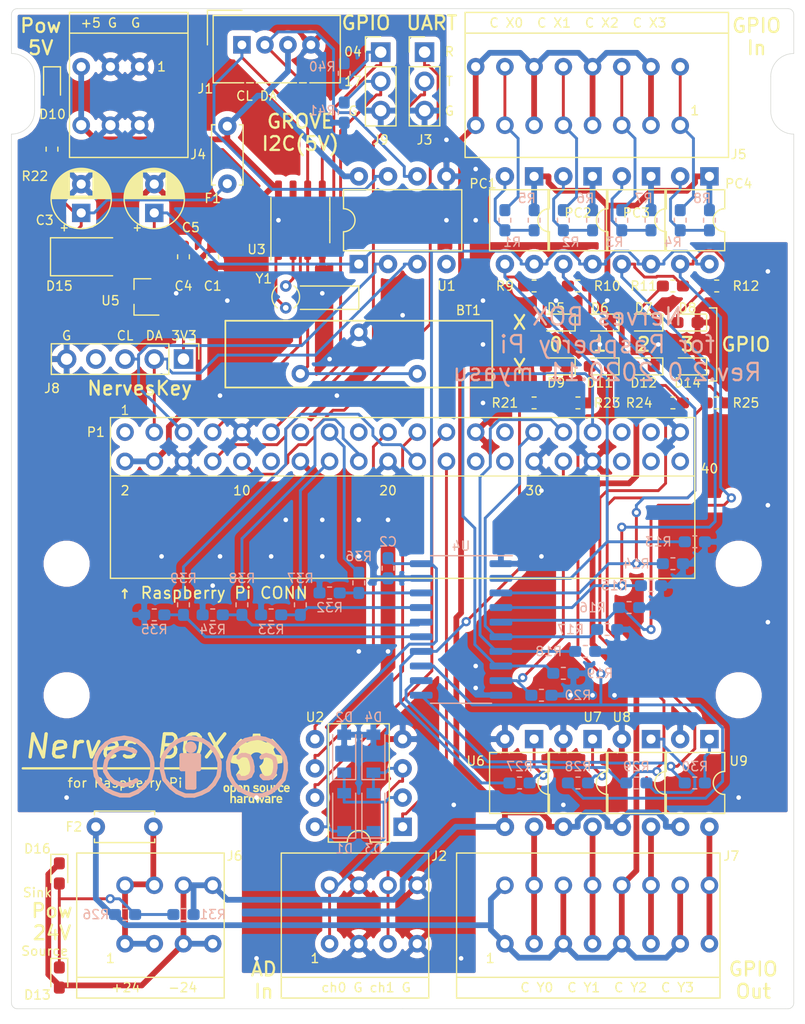
<source format=kicad_pcb>
(kicad_pcb (version 20171130) (host pcbnew "(5.1.8)-1")
  (title_block (title "Nerves BOX for RaspberryPi") (date 2020-12-04) (rev Rev.2.1) (company myasu) (comment 4 CC-BY-SA))
  (layers (0 F.Cu signal) (31 B.Cu signal) (34 B.Paste user hide) (35 F.Paste user hide) (36 B.SilkS user) (37 F.SilkS user) (38 B.Mask user) (39 F.Mask user) (44 Edge.Cuts user))
  (net 0 "")
  (net 1 GND)
  (net 2 +3V3)
  (net 3 +5V)
  (net 4 "Net-(D5-Pad2)")
  (net 5 "Net-(D6-Pad2)")
  (net 6 "Net-(D7-Pad2)")
  (net 7 "Net-(D8-Pad2)")
  (net 8 /X02)
  (net 9 /X01)
  (net 10 /X00)
  (net 11 /X03)
  (net 12 /Pow24+)
  (net 13 /Pow24-)
  (net 14 "/GPIO14(TXD0)")
  (net 15 "/GPIO15(RXD0)")
  (net 16 /Y00)
  (net 17 /Y01)
  (net 18 /Y02)
  (net 19 /Y03)
  (net 20 /SDA)
  (net 21 /SCL)
  (net 22 "/GPIO13(PWM1)")
  (net 23 "/GPIO12(PWM0)")
  (net 24 /GPIO6)
  (net 25 "/GPIO8(SPI0_CE_N)")
  (net 26 "/GPIO3(SCL1)")
  (net 27 "/GPIO2(SDA1)")
  (net 28 "Net-(PC1-Pad2)")
  (net 29 "Net-(PC1-Pad3)")
  (net 30 "Net-(PC2-Pad2)")
  (net 31 "Net-(PC2-Pad3)")
  (net 32 "Net-(PC3-Pad2)")
  (net 33 "Net-(PC3-Pad3)")
  (net 34 "Net-(PC4-Pad2)")
  (net 35 "Net-(PC4-Pad3)")
  (net 36 "Net-(BT1-Pad1)")
  (net 37 "/GPIO11(SPI0_SCK)")
  (net 38 "/GPIO9(SPI0_MISO)")
  (net 39 "/GPIO10(SPI0_MOSI)")
  (net 40 /AD0)
  (net 41 /AD1)
  (net 42 /Pow24+In)
  (net 43 "Net-(C3-Pad1)")
  (net 44 "Net-(D9-Pad2)")
  (net 45 "Net-(D10-Pad2)")
  (net 46 "Net-(D11-Pad2)")
  (net 47 "Net-(D12-Pad2)")
  (net 48 "Net-(D13-Pad1)")
  (net 49 "Net-(D14-Pad2)")
  (net 50 "Net-(R21-Pad1)")
  (net 51 "Net-(R23-Pad1)")
  (net 52 "Net-(R24-Pad1)")
  (net 53 "Net-(R25-Pad1)")
  (net 54 "Net-(R27-Pad1)")
  (net 55 "Net-(R28-Pad1)")
  (net 56 "Net-(R29-Pad1)")
  (net 57 "Net-(R30-Pad1)")
  (net 58 "Net-(U3-Pad2)")
  (net 59 "Net-(U3-Pad1)")
  (net 60 "Net-(R32-Pad1)")
  (net 61 "Net-(R33-Pad1)")
  (net 62 "Net-(R34-Pad1)")
  (net 63 "Net-(R35-Pad1)")
  (net 64 "/GPIO17(GEN0)")
  (net 65 "/GPIO4(GCLK)")
  (net 66 /GPIO5)
  (net 67 "/GPIO25(GEN6)")
  (net 68 "/GPIO24(GEN5)")
  (net 69 "/GPIO23(GEN4)")
  (net 70 "/GPIO22(GEN3)")
  (module MountingHole:MountingHole_3mm (layer F.Cu) (at 146.05 157.48)
    (fp_text reference MH2 hide)
    (fp_text value MountingHole)
    (pad 1 np_thru_hole circle (at 0 0) (size 3 3) (drill 3) (layers *.Cu *.Mask))
  )
  (module MountingHole:MountingHole_3mm (layer F.Cu) (at 146.05 168.91)
    (fp_text reference MH4 hide)
    (fp_text value MountingHole)
    (pad 1 np_thru_hole circle (at 0 0) (size 3 3) (drill 3) (layers *.Cu *.Mask))
  )
  (module Resistor_SMD:R_0603_1608Metric_Pad1.05x0.95mm_HandSolder (layer B.Cu) (at 111.76 118.285 270)
    (fp_text reference R41 (at -0.175 1.905 180) (layer B.SilkS) (effects (font (size 0.8 0.8) (thickness 0.12)) (justify mirror)))
    (fp_text value 10k)
    (pad 2 smd roundrect (at 0.875 0 270) (size 1.05 0.95) (layers B.Cu B.Paste B.Mask) (net 1 GND))
    (pad 1 smd roundrect (at -0.875 0 270) (size 1.05 0.95) (layers B.Cu B.Paste B.Mask) (net 64 "/GPIO17(GEN0)"))
  )
  (module Resistor_SMD:R_0603_1608Metric_Pad1.05x0.95mm_HandSolder (layer B.Cu) (at 111.76 114.87 90)
    (fp_text reference R40 (at 0.57 -1.905 180) (layer B.SilkS) (effects (font (size 0.8 0.8) (thickness 0.12)) (justify mirror)))
    (fp_text value 10k)
    (pad 2 smd roundrect (at 0.875 0 90) (size 1.05 0.95) (layers B.Cu B.Paste B.Mask) (net 1 GND))
    (pad 1 smd roundrect (at -0.875 0 90) (size 1.05 0.95) (layers B.Cu B.Paste B.Mask) (net 65 "/GPIO4(GCLK)"))
  )
  (module Connector_PinHeader_2.54mm:PinHeader_1x03_P2.54mm_Vertical (layer F.Cu) (at 114.935 113.03)
    (fp_text reference J9 (at 0 7.62) (layer F.SilkS) (effects (font (size 0.8 0.8) (thickness 0.12))))
    (fp_text value "Pin Header 3")
    (pad 3 thru_hole oval (at 0 5.08) (size 1.7 1.7) (drill 1) (layers *.Cu *.Mask) (net 1 GND))
    (pad 2 thru_hole oval (at 0 2.54) (size 1.7 1.7) (drill 1) (layers *.Cu *.Mask) (net 64 "/GPIO17(GEN0)"))
    (pad 1 thru_hole rect (at 0 0) (size 1.7 1.7) (drill 1) (layers *.Cu *.Mask) (net 65 "/GPIO4(GCLK)"))
  )
  (module Resistor_SMD:R_0603_1608Metric_Pad1.05x0.95mm_HandSolder (layer B.Cu) (at 97.79 161.05 270)
    (fp_text reference R39 (at -2.3 0 180) (layer B.SilkS) (effects (font (size 0.8 0.8) (thickness 0.12)) (justify mirror)))
    (fp_text value 1k)
    (pad 2 smd roundrect (at 0.875 0 270) (size 1.05 0.95) (layers B.Cu B.Paste B.Mask) (net 63 "Net-(R35-Pad1)"))
    (pad 1 smd roundrect (at -0.875 0 270) (size 1.05 0.95) (layers B.Cu B.Paste B.Mask) (net 67 "/GPIO25(GEN6)"))
  )
  (module Resistor_SMD:R_0603_1608Metric_Pad1.05x0.95mm_HandSolder (layer B.Cu) (at 102.87 161.05 270)
    (fp_text reference R38 (at -2.3 0 180) (layer B.SilkS) (effects (font (size 0.8 0.8) (thickness 0.12)) (justify mirror)))
    (fp_text value 1k)
    (pad 2 smd roundrect (at 0.875 0 270) (size 1.05 0.95) (layers B.Cu B.Paste B.Mask) (net 62 "Net-(R34-Pad1)"))
    (pad 1 smd roundrect (at -0.875 0 270) (size 1.05 0.95) (layers B.Cu B.Paste B.Mask) (net 68 "/GPIO24(GEN5)"))
  )
  (module Resistor_SMD:R_0603_1608Metric_Pad1.05x0.95mm_HandSolder (layer B.Cu) (at 107.95 161.05 270)
    (fp_text reference R37 (at -2.3 0 180) (layer B.SilkS) (effects (font (size 0.8 0.8) (thickness 0.12)) (justify mirror)))
    (fp_text value 1k)
    (pad 2 smd roundrect (at 0.875 0 270) (size 1.05 0.95) (layers B.Cu B.Paste B.Mask) (net 61 "Net-(R33-Pad1)"))
    (pad 1 smd roundrect (at -0.875 0 270) (size 1.05 0.95) (layers B.Cu B.Paste B.Mask) (net 69 "/GPIO23(GEN4)"))
  )
  (module Resistor_SMD:R_0603_1608Metric_Pad1.05x0.95mm_HandSolder (layer B.Cu) (at 113.03 159.145 270)
    (fp_text reference R36 (at -2.3 0) (layer B.SilkS) (effects (font (size 0.8 0.8) (thickness 0.12)) (justify mirror)))
    (fp_text value 1k)
    (pad 2 smd roundrect (at 0.875 0 270) (size 1.05 0.95) (layers B.Cu B.Paste B.Mask) (net 60 "Net-(R32-Pad1)"))
    (pad 1 smd roundrect (at -0.875 0 270) (size 1.05 0.95) (layers B.Cu B.Paste B.Mask) (net 70 "/GPIO22(GEN3)"))
  )
  (module Resistor_SMD:R_0603_1608Metric_Pad1.05x0.95mm_HandSolder (layer B.Cu) (at 95.25 161.925 180)
    (fp_text reference R35 (at 0 -1.27) (layer B.SilkS) (effects (font (size 0.8 0.8) (thickness 0.12)) (justify mirror)))
    (fp_text value 10k)
    (pad 2 smd roundrect (at 0.875 0 180) (size 1.05 0.95) (layers B.Cu B.Paste B.Mask) (net 1 GND))
    (pad 1 smd roundrect (at -0.875 0 180) (size 1.05 0.95) (layers B.Cu B.Paste B.Mask) (net 63 "Net-(R35-Pad1)"))
  )
  (module Resistor_SMD:R_0603_1608Metric_Pad1.05x0.95mm_HandSolder (layer B.Cu) (at 100.33 161.925 180)
    (fp_text reference R34 (at 0 -1.27) (layer B.SilkS) (effects (font (size 0.8 0.8) (thickness 0.12)) (justify mirror)))
    (fp_text value 10k)
    (pad 2 smd roundrect (at 0.875 0 180) (size 1.05 0.95) (layers B.Cu B.Paste B.Mask) (net 1 GND))
    (pad 1 smd roundrect (at -0.875 0 180) (size 1.05 0.95) (layers B.Cu B.Paste B.Mask) (net 62 "Net-(R34-Pad1)"))
  )
  (module Resistor_SMD:R_0603_1608Metric_Pad1.05x0.95mm_HandSolder (layer B.Cu) (at 105.41 161.925 180)
    (fp_text reference R33 (at 0 -1.27) (layer B.SilkS) (effects (font (size 0.8 0.8) (thickness 0.12)) (justify mirror)))
    (fp_text value 10k)
    (pad 2 smd roundrect (at 0.875 0 180) (size 1.05 0.95) (layers B.Cu B.Paste B.Mask) (net 1 GND))
    (pad 1 smd roundrect (at -0.875 0 180) (size 1.05 0.95) (layers B.Cu B.Paste B.Mask) (net 61 "Net-(R33-Pad1)"))
  )
  (module Resistor_SMD:R_0603_1608Metric_Pad1.05x0.95mm_HandSolder (layer B.Cu) (at 110.49 160.02 180)
    (fp_text reference R32 (at 0 -1.27) (layer B.SilkS) (effects (font (size 0.8 0.8) (thickness 0.12)) (justify mirror)))
    (fp_text value 10k)
    (pad 2 smd roundrect (at 0.875 0 180) (size 1.05 0.95) (layers B.Cu B.Paste B.Mask) (net 1 GND))
    (pad 1 smd roundrect (at -0.875 0 180) (size 1.05 0.95) (layers B.Cu B.Paste B.Mask) (net 60 "Net-(R32-Pad1)"))
  )
  (module _my_kicad_symbol:Terminal_TB401-1-4-E (layer F.Cu) (at 92.71 185.42)
    (fp_text reference J6 (at 9.525 -2.54) (layer F.SilkS) (effects (font (size 0.8 0.8) (thickness 0.12))))
    (fp_text value TB401-1-4-E)
    (fp_text user 1 (at -1.27 6.35) (layer F.SilkS) (effects (font (size 0.8 0.8) (thickness 0.12))))
    (pad 8 thru_hole circle (at 7.62 0) (size 1.524 1.524) (drill 0.9) (layers *.Cu *.Mask) (net 13 /Pow24-))
    (pad 7 thru_hole circle (at 7.62 5.08) (size 1.524 1.524) (drill 0.8) (layers *.Cu *.Mask) (net 13 /Pow24-))
    (pad 6 thru_hole circle (at 5.08 0) (size 1.524 1.524) (drill 0.9) (layers *.Cu *.Mask) (net 13 /Pow24-))
    (pad 5 thru_hole circle (at 5.08 5.08) (size 1.524 1.524) (drill 0.8) (layers *.Cu *.Mask) (net 13 /Pow24-))
    (pad 4 thru_hole circle (at 2.54 0) (size 1.524 1.524) (drill 0.9) (layers *.Cu *.Mask) (net 42 /Pow24+In))
    (pad 3 thru_hole circle (at 2.54 5.08) (size 1.524 1.524) (drill 0.8) (layers *.Cu *.Mask) (net 42 /Pow24+In))
    (pad 2 thru_hole circle (at 0 0) (size 1.524 1.524) (drill 0.9) (layers *.Cu *.Mask) (net 42 /Pow24+In))
    (pad 1 thru_hole circle (at 0 5.08) (size 1.524 1.524) (drill 0.8) (layers *.Cu *.Mask) (net 42 /Pow24+In))
  )
  (module Resistor_SMD:R_0603_1608Metric_Pad1.05x0.95mm_HandSolder (layer B.Cu) (at 128.905 168.91)
    (fp_text reference R20 (at 3.175 0) (layer B.SilkS) (effects (font (size 0.8 0.8) (thickness 0.12)) (justify mirror)))
    (fp_text value 10k)
    (pad 2 smd roundrect (at 0.875 0) (size 1.05 0.95) (layers B.Cu B.Paste B.Mask) (net 1 GND))
    (pad 1 smd roundrect (at -0.875 0) (size 1.05 0.95) (layers B.Cu B.Paste B.Mask) (net 23 "/GPIO12(PWM0)"))
  )
  (module Resistor_SMD:R_0603_1608Metric_Pad1.05x0.95mm_HandSolder (layer B.Cu) (at 130.81 167.005)
    (fp_text reference R19 (at 3.175 0) (layer B.SilkS) (effects (font (size 0.8 0.8) (thickness 0.12)) (justify mirror)))
    (fp_text value 10k)
    (pad 2 smd roundrect (at 0.875 0) (size 1.05 0.95) (layers B.Cu B.Paste B.Mask) (net 1 GND))
    (pad 1 smd roundrect (at -0.875 0) (size 1.05 0.95) (layers B.Cu B.Paste B.Mask) (net 22 "/GPIO13(PWM1)"))
  )
  (module Resistor_SMD:R_0603_1608Metric_Pad1.05x0.95mm_HandSolder (layer B.Cu) (at 132.715 165.1)
    (fp_text reference R18 (at -3.175 0) (layer B.SilkS) (effects (font (size 0.8 0.8) (thickness 0.12)) (justify mirror)))
    (fp_text value 10k)
    (pad 2 smd roundrect (at 0.875 0) (size 1.05 0.95) (layers B.Cu B.Paste B.Mask) (net 1 GND))
    (pad 1 smd roundrect (at -0.875 0) (size 1.05 0.95) (layers B.Cu B.Paste B.Mask) (net 24 /GPIO6))
  )
  (module Resistor_SMD:R_0603_1608Metric_Pad1.05x0.95mm_HandSolder (layer B.Cu) (at 134.62 163.195)
    (fp_text reference R17 (at -3.175 0) (layer B.SilkS) (effects (font (size 0.8 0.8) (thickness 0.12)) (justify mirror)))
    (fp_text value 10k)
    (pad 2 smd roundrect (at 0.875 0) (size 1.05 0.95) (layers B.Cu B.Paste B.Mask) (net 1 GND))
    (pad 1 smd roundrect (at -0.875 0) (size 1.05 0.95) (layers B.Cu B.Paste B.Mask) (net 66 /GPIO5))
  )
  (module Resistor_SMD:R_0603_1608Metric_Pad1.05x0.95mm_HandSolder (layer B.Cu) (at 136.525 161.29)
    (fp_text reference R16 (at -3.175 0) (layer B.SilkS) (effects (font (size 0.8 0.8) (thickness 0.12)) (justify mirror)))
    (fp_text value 10k)
    (pad 2 smd roundrect (at 0.875 0) (size 1.05 0.95) (layers B.Cu B.Paste B.Mask) (net 1 GND))
    (pad 1 smd roundrect (at -0.875 0) (size 1.05 0.95) (layers B.Cu B.Paste B.Mask) (net 35 "Net-(PC4-Pad3)"))
  )
  (module Resistor_SMD:R_0603_1608Metric_Pad1.05x0.95mm_HandSolder (layer B.Cu) (at 138.43 159.385)
    (fp_text reference R15 (at -3.175 0) (layer B.SilkS) (effects (font (size 0.8 0.8) (thickness 0.12)) (justify mirror)))
    (fp_text value 10k)
    (pad 2 smd roundrect (at 0.875 0) (size 1.05 0.95) (layers B.Cu B.Paste B.Mask) (net 1 GND))
    (pad 1 smd roundrect (at -0.875 0) (size 1.05 0.95) (layers B.Cu B.Paste B.Mask) (net 33 "Net-(PC3-Pad3)"))
  )
  (module Resistor_SMD:R_0603_1608Metric_Pad1.05x0.95mm_HandSolder (layer B.Cu) (at 140.335 157.48)
    (fp_text reference R14 (at -3.175 0) (layer B.SilkS) (effects (font (size 0.8 0.8) (thickness 0.12)) (justify mirror)))
    (fp_text value 10k)
    (pad 2 smd roundrect (at 0.875 0) (size 1.05 0.95) (layers B.Cu B.Paste B.Mask) (net 1 GND))
    (pad 1 smd roundrect (at -0.875 0) (size 1.05 0.95) (layers B.Cu B.Paste B.Mask) (net 31 "Net-(PC2-Pad3)"))
  )
  (module Resistor_SMD:R_0603_1608Metric_Pad1.05x0.95mm_HandSolder (layer B.Cu) (at 142.24 155.575)
    (fp_text reference R13 (at -3.175 0) (layer B.SilkS) (effects (font (size 0.8 0.8) (thickness 0.12)) (justify mirror)))
    (fp_text value 10k)
    (pad 2 smd roundrect (at 0.875 0) (size 1.05 0.95) (layers B.Cu B.Paste B.Mask) (net 1 GND))
    (pad 1 smd roundrect (at -0.875 0) (size 1.05 0.95) (layers B.Cu B.Paste B.Mask) (net 29 "Net-(PC1-Pad3)"))
  )
  (module Connector_PinHeader_2.54mm:PinHeader_1x05_P2.54mm_Vertical (layer F.Cu) (at 97.79 139.7 270)
    (fp_text reference J8 (at 2.54 11.43 180) (layer F.SilkS) (effects (font (size 0.8 0.8) (thickness 0.12))))
    (fp_text value "Pin Header 4")
    (pad 5 thru_hole oval (at 0 10.16 270) (size 1.7 1.7) (drill 1) (layers *.Cu *.Mask) (net 1 GND))
    (pad 4 thru_hole oval (at 0 7.62 270) (size 1.7 1.7) (drill 1) (layers *.Cu *.Mask))
    (pad 3 thru_hole oval (at 0 5.08 270) (size 1.7 1.7) (drill 1) (layers *.Cu *.Mask) (net 26 "/GPIO3(SCL1)"))
    (pad 2 thru_hole oval (at 0 2.54 270) (size 1.7 1.7) (drill 1) (layers *.Cu *.Mask) (net 27 "/GPIO2(SDA1)"))
    (pad 1 thru_hole rect (at 0 0 270) (size 1.7 1.7) (drill 1) (layers *.Cu *.Mask) (net 2 +3V3))
  )
  (module _my_kicad_symbol:BatteryHolder_Keystone_CH74-2032LF (layer F.Cu) (at 113.03 140.97 180)
    (fp_text reference BT1 (at -9.525 5.505) (layer F.SilkS) (effects (font (size 0.8 0.8) (thickness 0.12))))
    (fp_text value CH243-2032LF)
    (pad 1 thru_hole circle (at 5.08 0 180) (size 1.524 1.524) (drill 0.8) (layers *.Cu *.Mask) (net 36 "Net-(BT1-Pad1)"))
    (pad 1 thru_hole circle (at -5.08 0 180) (size 1.524 1.524) (drill 0.8) (layers *.Cu *.Mask) (net 36 "Net-(BT1-Pad1)"))
    (pad 2 thru_hole circle (at 0 3.6 180) (size 1.524 1.524) (drill 0.8) (layers *.Cu *.Mask) (net 1 GND))
  )
  (module Package_DIP:DIP-8_W7.62mm (layer F.Cu) (at 116.84 180.34 180)
    (fp_text reference U2 (at 7.62 9.525) (layer F.SilkS) (effects (font (size 0.8 0.8) (thickness 0.12))))
    (fp_text value MCP3002)
    (pad 8 thru_hole oval (at 7.62 0 180) (size 1.6 1.6) (drill 0.8) (layers *.Cu *.Mask) (net 2 +3V3))
    (pad 4 thru_hole oval (at 0 7.62 180) (size 1.6 1.6) (drill 0.8) (layers *.Cu *.Mask) (net 1 GND))
    (pad 7 thru_hole oval (at 7.62 2.54 180) (size 1.6 1.6) (drill 0.8) (layers *.Cu *.Mask) (net 37 "/GPIO11(SPI0_SCK)"))
    (pad 3 thru_hole oval (at 0 5.08 180) (size 1.6 1.6) (drill 0.8) (layers *.Cu *.Mask) (net 41 /AD1))
    (pad 6 thru_hole oval (at 7.62 5.08 180) (size 1.6 1.6) (drill 0.8) (layers *.Cu *.Mask) (net 38 "/GPIO9(SPI0_MISO)"))
    (pad 2 thru_hole oval (at 0 2.54 180) (size 1.6 1.6) (drill 0.8) (layers *.Cu *.Mask) (net 40 /AD0))
    (pad 5 thru_hole oval (at 7.62 7.62 180) (size 1.6 1.6) (drill 0.8) (layers *.Cu *.Mask) (net 39 "/GPIO10(SPI0_MOSI)"))
    (pad 1 thru_hole rect (at 0 0 180) (size 1.6 1.6) (drill 0.8) (layers *.Cu *.Mask) (net 25 "/GPIO8(SPI0_CE_N)"))
  )
  (module _my_kicad_symbol:Terminal_TB401-1-3-E (layer F.Cu) (at 93.98 119.38 180)
    (fp_text reference J4 (at -5.08 -2.54) (layer F.SilkS) (effects (font (size 0.8 0.8) (thickness 0.12))))
    (fp_text value TB401-1-3-E)
    (fp_text user 1 (at -1.905 5.08) (layer F.SilkS) (effects (font (size 0.8 0.8) (thickness 0.12))))
    (pad 1 thru_hole circle (at 0 5.08 180) (size 1.524 1.524) (drill 0.8) (layers *.Cu *.Mask) (net 1 GND))
    (pad 2 thru_hole circle (at 0 0 180) (size 1.524 1.524) (drill 0.9) (layers *.Cu *.Mask) (net 1 GND))
    (pad 3 thru_hole circle (at 2.54 5.08 180) (size 1.524 1.524) (drill 0.8) (layers *.Cu *.Mask) (net 1 GND))
    (pad 4 thru_hole circle (at 2.54 0 180) (size 1.524 1.524) (drill 0.9) (layers *.Cu *.Mask) (net 1 GND))
    (pad 5 thru_hole circle (at 5.08 5.08 180) (size 1.524 1.524) (drill 0.8) (layers *.Cu *.Mask) (net 3 +5V))
    (pad 6 thru_hole circle (at 5.08 0 180) (size 1.524 1.524) (drill 0.9) (layers *.Cu *.Mask) (net 3 +5V))
  )
  (module Package_DIP:DIP-4_W7.62mm (layer F.Cu) (at 133.35 123.825 270)
    (fp_text reference PC2 (at 3.175 1.27 180) (layer F.SilkS) (effects (font (size 0.8 0.8) (thickness 0.12))))
    (fp_text value FOD814A300W)
    (pad 4 thru_hole oval (at 7.62 0 270) (size 1.6 1.6) (drill 0.8) (layers *.Cu *.Mask) (net 2 +3V3))
    (pad 2 thru_hole oval (at 0 2.54 270) (size 1.6 1.6) (drill 0.8) (layers *.Cu *.Mask) (net 30 "Net-(PC2-Pad2)"))
    (pad 3 thru_hole oval (at 7.62 2.54 270) (size 1.6 1.6) (drill 0.8) (layers *.Cu *.Mask) (net 31 "Net-(PC2-Pad3)"))
    (pad 1 thru_hole rect (at 0 0 270) (size 1.6 1.6) (drill 0.8) (layers *.Cu *.Mask) (net 12 /Pow24+))
  )
  (module Connector_PinHeader_2.54mm:PinHeader_1x03_P2.54mm_Vertical (layer F.Cu) (at 118.745 113.03)
    (fp_text reference J3 (at 0 7.62) (layer F.SilkS) (effects (font (size 0.8 0.8) (thickness 0.12))))
    (fp_text value "Pin Header 3")
    (pad 3 thru_hole oval (at 0 5.08) (size 1.7 1.7) (drill 1) (layers *.Cu *.Mask) (net 1 GND))
    (pad 2 thru_hole oval (at 0 2.54) (size 1.7 1.7) (drill 1) (layers *.Cu *.Mask) (net 14 "/GPIO14(TXD0)"))
    (pad 1 thru_hole rect (at 0 0) (size 1.7 1.7) (drill 1) (layers *.Cu *.Mask) (net 15 "/GPIO15(RXD0)"))
  )
  (module Capacitor_THT:C_Disc_D5.0mm_W2.5mm_P5.00mm (layer F.Cu) (at 90.17 180.34)
    (fp_text reference F2 (at -1.905 0) (layer F.SilkS) (effects (font (size 0.8 0.8) (thickness 0.12))))
    (fp_text value "0.5A(MAX1A)")
    (pad 2 thru_hole circle (at 5 0) (size 1.6 1.6) (drill 0.8) (layers *.Cu *.Mask) (net 42 /Pow24+In))
    (pad 1 thru_hole circle (at 0 0) (size 1.6 1.6) (drill 0.8) (layers *.Cu *.Mask) (net 12 /Pow24+))
  )
  (module _my_kicad_symbol:Terminal_TB401-1-4-E (layer F.Cu) (at 110.49 185.42)
    (fp_text reference J2 (at 9.525 -2.54) (layer F.SilkS) (effects (font (size 0.8 0.8) (thickness 0.12))))
    (fp_text value TB401-1-4-E)
    (fp_text user 1 (at -1.27 6.35) (layer F.SilkS) (effects (font (size 0.8 0.8) (thickness 0.12))))
    (pad 8 thru_hole circle (at 7.62 0) (size 1.524 1.524) (drill 0.9) (layers *.Cu *.Mask) (net 1 GND))
    (pad 7 thru_hole circle (at 7.62 5.08) (size 1.524 1.524) (drill 0.8) (layers *.Cu *.Mask) (net 1 GND))
    (pad 6 thru_hole circle (at 5.08 0) (size 1.524 1.524) (drill 0.9) (layers *.Cu *.Mask) (net 41 /AD1))
    (pad 5 thru_hole circle (at 5.08 5.08) (size 1.524 1.524) (drill 0.8) (layers *.Cu *.Mask) (net 41 /AD1))
    (pad 4 thru_hole circle (at 2.54 0) (size 1.524 1.524) (drill 0.9) (layers *.Cu *.Mask) (net 1 GND))
    (pad 3 thru_hole circle (at 2.54 5.08) (size 1.524 1.524) (drill 0.8) (layers *.Cu *.Mask) (net 1 GND))
    (pad 2 thru_hole circle (at 0 0) (size 1.524 1.524) (drill 0.9) (layers *.Cu *.Mask) (net 40 /AD0))
    (pad 1 thru_hole circle (at 0 5.08) (size 1.524 1.524) (drill 0.8) (layers *.Cu *.Mask) (net 40 /AD0))
  )
  (module _my_kicad_symbol:Terminal_TB401-1-8-E (layer F.Cu) (at 125.73 185.42)
    (fp_text reference J7 (at 19.685 -2.54) (layer F.SilkS) (effects (font (size 0.8 0.8) (thickness 0.12))))
    (fp_text value TB401-1-3-E)
    (fp_text user 1 (at -1.27 6.35) (layer F.SilkS) (effects (font (size 0.8 0.8) (thickness 0.12))))
    (pad 11 thru_hole circle (at 12.7 5.08) (size 1.524 1.524) (drill 0.8) (layers *.Cu *.Mask) (net 18 /Y02))
    (pad 12 thru_hole circle (at 12.7 0) (size 1.524 1.524) (drill 0.9) (layers *.Cu *.Mask) (net 18 /Y02))
    (pad 10 thru_hole circle (at 10.16 0) (size 1.524 1.524) (drill 0.9) (layers *.Cu *.Mask) (net 12 /Pow24+))
    (pad 15 thru_hole circle (at 17.78 5.08) (size 1.524 1.524) (drill 0.8) (layers *.Cu *.Mask) (net 19 /Y03))
    (pad 16 thru_hole circle (at 17.78 0) (size 1.524 1.524) (drill 0.9) (layers *.Cu *.Mask) (net 19 /Y03))
    (pad 9 thru_hole circle (at 10.16 5.08) (size 1.524 1.524) (drill 0.8) (layers *.Cu *.Mask) (net 12 /Pow24+))
    (pad 13 thru_hole circle (at 15.24 5.08) (size 1.524 1.524) (drill 0.8) (layers *.Cu *.Mask) (net 12 /Pow24+))
    (pad 14 thru_hole circle (at 15.24 0) (size 1.524 1.524) (drill 0.9) (layers *.Cu *.Mask) (net 12 /Pow24+))
    (pad 8 thru_hole circle (at 7.62 0) (size 1.524 1.524) (drill 0.9) (layers *.Cu *.Mask) (net 17 /Y01))
    (pad 7 thru_hole circle (at 7.62 5.08) (size 1.524 1.524) (drill 0.8) (layers *.Cu *.Mask) (net 17 /Y01))
    (pad 6 thru_hole circle (at 5.08 0) (size 1.524 1.524) (drill 0.9) (layers *.Cu *.Mask) (net 12 /Pow24+))
    (pad 5 thru_hole circle (at 5.08 5.08) (size 1.524 1.524) (drill 0.8) (layers *.Cu *.Mask) (net 12 /Pow24+))
    (pad 4 thru_hole circle (at 2.54 0) (size 1.524 1.524) (drill 0.9) (layers *.Cu *.Mask) (net 16 /Y00))
    (pad 3 thru_hole circle (at 2.54 5.08) (size 1.524 1.524) (drill 0.8) (layers *.Cu *.Mask) (net 16 /Y00))
    (pad 2 thru_hole circle (at 0 0) (size 1.524 1.524) (drill 0.9) (layers *.Cu *.Mask) (net 12 /Pow24+))
    (pad 1 thru_hole circle (at 0 5.08) (size 1.524 1.524) (drill 0.8) (layers *.Cu *.Mask) (net 12 /Pow24+))
  )
  (module _my_kicad_symbol:Terminal_TB401-1-8-E (layer F.Cu) (at 140.97 119.38 180)
    (fp_text reference J5 (at -5.08 -2.54) (layer F.SilkS) (effects (font (size 0.8 0.8) (thickness 0.12))))
    (fp_text value TB401-1-8-E)
    (fp_text user 1 (at -1.27 1.27) (layer F.SilkS) (effects (font (size 0.8 0.8) (thickness 0.12))))
    (pad 11 thru_hole circle (at 12.7 5.08 180) (size 1.524 1.524) (drill 0.8) (layers *.Cu *.Mask) (net 13 /Pow24-))
    (pad 12 thru_hole circle (at 12.7 0 180) (size 1.524 1.524) (drill 0.9) (layers *.Cu *.Mask) (net 13 /Pow24-))
    (pad 10 thru_hole circle (at 10.16 0 180) (size 1.524 1.524) (drill 0.9) (layers *.Cu *.Mask) (net 9 /X01))
    (pad 15 thru_hole circle (at 17.78 5.08 180) (size 1.524 1.524) (drill 0.8) (layers *.Cu *.Mask) (net 13 /Pow24-))
    (pad 16 thru_hole circle (at 17.78 0 180) (size 1.524 1.524) (drill 0.9) (layers *.Cu *.Mask) (net 13 /Pow24-))
    (pad 9 thru_hole circle (at 10.16 5.08 180) (size 1.524 1.524) (drill 0.8) (layers *.Cu *.Mask) (net 9 /X01))
    (pad 13 thru_hole circle (at 15.24 5.08 180) (size 1.524 1.524) (drill 0.8) (layers *.Cu *.Mask) (net 10 /X00))
    (pad 14 thru_hole circle (at 15.24 0 180) (size 1.524 1.524) (drill 0.9) (layers *.Cu *.Mask) (net 10 /X00))
    (pad 8 thru_hole circle (at 7.62 0 180) (size 1.524 1.524) (drill 0.9) (layers *.Cu *.Mask) (net 13 /Pow24-))
    (pad 7 thru_hole circle (at 7.62 5.08 180) (size 1.524 1.524) (drill 0.8) (layers *.Cu *.Mask) (net 13 /Pow24-))
    (pad 6 thru_hole circle (at 5.08 0 180) (size 1.524 1.524) (drill 0.9) (layers *.Cu *.Mask) (net 8 /X02))
    (pad 5 thru_hole circle (at 5.08 5.08 180) (size 1.524 1.524) (drill 0.8) (layers *.Cu *.Mask) (net 8 /X02))
    (pad 4 thru_hole circle (at 2.54 0 180) (size 1.524 1.524) (drill 0.9) (layers *.Cu *.Mask) (net 13 /Pow24-))
    (pad 3 thru_hole circle (at 2.54 5.08 180) (size 1.524 1.524) (drill 0.8) (layers *.Cu *.Mask) (net 13 /Pow24-))
    (pad 2 thru_hole circle (at 0 0 180) (size 1.524 1.524) (drill 0.9) (layers *.Cu *.Mask) (net 11 /X03))
    (pad 1 thru_hole circle (at 0 5.08 180) (size 1.524 1.524) (drill 0.8) (layers *.Cu *.Mask) (net 11 /X03))
  )
  (module Resistor_SMD:R_0603_1608Metric_Pad1.05x0.95mm_HandSolder (layer B.Cu) (at 97.79 187.96)
    (fp_text reference R31 (at 2.54 0) (layer B.SilkS) (effects (font (size 0.8 0.8) (thickness 0.12)) (justify mirror)))
    (fp_text value 4.7k)
    (pad 2 smd roundrect (at 0.875 0) (size 1.05 0.95) (layers B.Cu B.Paste B.Mask) (net 13 /Pow24-))
    (pad 1 smd roundrect (at -0.875 0) (size 1.05 0.95) (layers B.Cu B.Paste B.Mask) (net 48 "Net-(D13-Pad1)"))
  )
  (module Resistor_SMD:R_0603_1608Metric_Pad1.05x0.95mm_HandSolder (layer B.Cu) (at 92.71 187.96)
    (fp_text reference R26 (at -2.54 0) (layer B.SilkS) (effects (font (size 0.8 0.8) (thickness 0.12)) (justify mirror)))
    (fp_text value 4.7k)
    (pad 2 smd roundrect (at 0.875 0) (size 1.05 0.95) (layers B.Cu B.Paste B.Mask) (net 48 "Net-(D13-Pad1)"))
    (pad 1 smd roundrect (at -0.875 0) (size 1.05 0.95) (layers B.Cu B.Paste B.Mask) (net 12 /Pow24+))
  )
  (module LED_SMD:LED_0603_1608Metric_Pad1.05x0.95mm_HandSolder (layer F.Cu) (at 86.995 184.39 270)
    (fp_text reference D16 (at -2.145 1.905 180) (layer F.SilkS) (effects (font (size 0.8 0.8) (thickness 0.12))))
    (fp_text value Red)
    (pad 2 smd roundrect (at 0.875 0 270) (size 1.05 0.95) (layers F.Cu F.Paste F.Mask) (net 48 "Net-(D13-Pad1)"))
    (pad 1 smd roundrect (at -0.875 0 270) (size 1.05 0.95) (layers F.Cu F.Paste F.Mask) (net 13 /Pow24-))
  )
  (module LED_SMD:LED_0603_1608Metric_Pad1.05x0.95mm_HandSolder (layer F.Cu) (at 86.995 193.435 270)
    (fp_text reference D13 (at 1.51 1.905 180) (layer F.SilkS) (effects (font (size 0.8 0.8) (thickness 0.12))))
    (fp_text value Red)
    (pad 2 smd roundrect (at 0.875 0 270) (size 1.05 0.95) (layers F.Cu F.Paste F.Mask) (net 13 /Pow24-))
    (pad 1 smd roundrect (at -0.875 0 270) (size 1.05 0.95) (layers F.Cu F.Paste F.Mask) (net 48 "Net-(D13-Pad1)"))
  )
  (module Resistor_SMD:R_0603_1608Metric_Pad1.05x0.95mm_HandSolder (layer B.Cu) (at 143.51 127.635 270)
    (fp_text reference R8 (at -1.905 0.635 180) (layer B.SilkS) (effects (font (size 0.8 0.8) (thickness 0.12)) (justify mirror)))
    (fp_text value 4.7k)
    (pad 2 smd roundrect (at 0.875 0 270) (size 1.05 0.95) (layers B.Cu B.Paste B.Mask) (net 34 "Net-(PC4-Pad2)"))
    (pad 1 smd roundrect (at -0.875 0 270) (size 1.05 0.95) (layers B.Cu B.Paste B.Mask) (net 12 /Pow24+))
  )
  (module Resistor_SMD:R_0603_1608Metric_Pad1.05x0.95mm_HandSolder (layer B.Cu) (at 138.43 127.635 270)
    (fp_text reference R7 (at -1.905 0.635 180) (layer B.SilkS) (effects (font (size 0.8 0.8) (thickness 0.12)) (justify mirror)))
    (fp_text value 4.7k)
    (pad 2 smd roundrect (at 0.875 0 270) (size 1.05 0.95) (layers B.Cu B.Paste B.Mask) (net 32 "Net-(PC3-Pad2)"))
    (pad 1 smd roundrect (at -0.875 0 270) (size 1.05 0.95) (layers B.Cu B.Paste B.Mask) (net 12 /Pow24+))
  )
  (module Resistor_SMD:R_0603_1608Metric_Pad1.05x0.95mm_HandSolder (layer B.Cu) (at 133.35 127.635 270)
    (fp_text reference R6 (at -1.905 0.635 180) (layer B.SilkS) (effects (font (size 0.8 0.8) (thickness 0.12)) (justify mirror)))
    (fp_text value 4.7k)
    (pad 2 smd roundrect (at 0.875 0 270) (size 1.05 0.95) (layers B.Cu B.Paste B.Mask) (net 30 "Net-(PC2-Pad2)"))
    (pad 1 smd roundrect (at -0.875 0 270) (size 1.05 0.95) (layers B.Cu B.Paste B.Mask) (net 12 /Pow24+))
  )
  (module Resistor_SMD:R_0603_1608Metric_Pad1.05x0.95mm_HandSolder (layer B.Cu) (at 128.27 127.635 270)
    (fp_text reference R5 (at -1.905 0.635 180) (layer B.SilkS) (effects (font (size 0.8 0.8) (thickness 0.12)) (justify mirror)))
    (fp_text value 4.7k)
    (pad 2 smd roundrect (at 0.875 0 270) (size 1.05 0.95) (layers B.Cu B.Paste B.Mask) (net 28 "Net-(PC1-Pad2)"))
    (pad 1 smd roundrect (at -0.875 0 270) (size 1.05 0.95) (layers B.Cu B.Paste B.Mask) (net 12 /Pow24+))
  )
  (module MountingHole:MountingHole_3mm (layer F.Cu) (at 87.63 168.91)
    (fp_text reference MH3 hide)
    (fp_text value MountingHole)
    (pad 1 np_thru_hole circle (at 0 0) (size 3 3) (drill 3) (layers *.Cu *.Mask))
  )
  (module Diode_SMD:D_SOD-123 (layer B.Cu) (at 114.3 173.99 90)
    (fp_text reference D4 (at 3.175 0 -180) (layer B.SilkS) (effects (font (size 0.8 0.8) (thickness 0.12)) (justify mirror)))
    (fp_text value 1N4148W)
    (pad 2 smd rect (at 1.65 0 90) (size 0.9 1.2) (layers B.Cu B.Paste B.Mask) (net 1 GND))
    (pad 1 smd rect (at -1.65 0 90) (size 0.9 1.2) (layers B.Cu B.Paste B.Mask) (net 41 /AD1))
  )
  (module Diode_SMD:D_SOD-123 (layer B.Cu) (at 114.3 179.07 90)
    (fp_text reference D3 (at -3.175 0 180) (layer B.SilkS) (effects (font (size 0.8 0.8) (thickness 0.12)) (justify mirror)))
    (fp_text value 1N4148W)
    (pad 2 smd rect (at 1.65 0 90) (size 0.9 1.2) (layers B.Cu B.Paste B.Mask) (net 41 /AD1))
    (pad 1 smd rect (at -1.65 0 90) (size 0.9 1.2) (layers B.Cu B.Paste B.Mask) (net 2 +3V3))
  )
  (module Diode_SMD:D_SOD-123 (layer B.Cu) (at 111.76 173.99 90)
    (fp_text reference D2 (at 3.175 0 180) (layer B.SilkS) (effects (font (size 0.8 0.8) (thickness 0.12)) (justify mirror)))
    (fp_text value 1N4148W)
    (pad 2 smd rect (at 1.65 0 90) (size 0.9 1.2) (layers B.Cu B.Paste B.Mask) (net 1 GND))
    (pad 1 smd rect (at -1.65 0 90) (size 0.9 1.2) (layers B.Cu B.Paste B.Mask) (net 40 /AD0))
  )
  (module Diode_SMD:D_SOD-123 (layer B.Cu) (at 111.76 179.07 90)
    (fp_text reference D1 (at -3.175 0 180) (layer B.SilkS) (effects (font (size 0.8 0.8) (thickness 0.12)) (justify mirror)))
    (fp_text value 1N4148W)
    (pad 2 smd rect (at 1.65 0 90) (size 0.9 1.2) (layers B.Cu B.Paste B.Mask) (net 40 /AD0))
    (pad 1 smd rect (at -1.65 0 90) (size 0.9 1.2) (layers B.Cu B.Paste B.Mask) (net 2 +3V3))
  )
  (module Diode_SMD:D_SMA (layer F.Cu) (at 89.63 130.81)
    (fp_text reference D15 (at -2.635 2.54) (layer F.SilkS) (effects (font (size 0.8 0.8) (thickness 0.12))))
    (fp_text value SBR1A40SA)
    (pad 2 smd rect (at 2 0) (size 2.5 1.8) (layers F.Cu F.Paste F.Mask) (net 2 +3V3))
    (pad 1 smd rect (at -2 0) (size 2.5 1.8) (layers F.Cu F.Paste F.Mask) (net 43 "Net-(C3-Pad1)"))
  )
  (module _my_kicad_symbol:Connector_21602X20GRE (layer F.Cu) (at 92.71 146.05)
    (fp_text reference P1 (at -2.54 0) (layer F.SilkS) (effects (font (size 0.8 0.8) (thickness 0.12))))
    (fp_text value "RasPi CONN")
    (fp_text user 1 (at 0 -1.905) (layer F.SilkS) (effects (font (size 0.8 0.8) (thickness 0.1))))
    (fp_text user 40 (at 50.8 3.175) (layer F.SilkS) (effects (font (size 0.8 0.8) (thickness 0.12))))
    (fp_text user 30 (at 35.56 5.08) (layer F.SilkS) (effects (font (size 0.8 0.8) (thickness 0.12))))
    (fp_text user 20 (at 22.86 5.08) (layer F.SilkS) (effects (font (size 0.8 0.8) (thickness 0.12))))
    (fp_text user 10 (at 10.16 5.08) (layer F.SilkS) (effects (font (size 0.8 0.8) (thickness 0.12))))
    (fp_text user 2 (at 0 5.08) (layer F.SilkS) (effects (font (size 0.8 0.8) (thickness 0.12))))
    (pad 40 thru_hole circle (at 48.26 2.54) (size 1.524 1.524) (drill 0.9) (layers *.Cu *.Mask))
    (pad 39 thru_hole circle (at 48.26 0) (size 1.524 1.524) (drill 0.9) (layers *.Cu *.Mask) (net 1 GND))
    (pad 38 thru_hole circle (at 45.72 2.54) (size 1.524 1.524) (drill 0.9) (layers *.Cu *.Mask))
    (pad 37 thru_hole circle (at 45.72 0) (size 1.524 1.524) (drill 0.9) (layers *.Cu *.Mask))
    (pad 36 thru_hole circle (at 43.18 2.54) (size 1.524 1.524) (drill 0.9) (layers *.Cu *.Mask))
    (pad 35 thru_hole circle (at 43.18 0) (size 1.524 1.524) (drill 0.9) (layers *.Cu *.Mask))
    (pad 34 thru_hole circle (at 40.64 2.54) (size 1.524 1.524) (drill 0.9) (layers *.Cu *.Mask) (net 1 GND))
    (pad 33 thru_hole circle (at 40.64 0) (size 1.524 1.524) (drill 0.9) (layers *.Cu *.Mask) (net 22 "/GPIO13(PWM1)"))
    (pad 32 thru_hole circle (at 38.1 2.54) (size 1.524 1.524) (drill 0.9) (layers *.Cu *.Mask) (net 23 "/GPIO12(PWM0)"))
    (pad 31 thru_hole circle (at 38.1 0) (size 1.524 1.524) (drill 0.9) (layers *.Cu *.Mask) (net 24 /GPIO6))
    (pad 30 thru_hole circle (at 35.56 2.54) (size 1.524 1.524) (drill 0.9) (layers *.Cu *.Mask) (net 1 GND))
    (pad 29 thru_hole circle (at 35.56 0) (size 1.524 1.524) (drill 0.9) (layers *.Cu *.Mask) (net 66 /GPIO5))
    (pad 28 thru_hole circle (at 33.02 2.54) (size 1.524 1.524) (drill 0.9) (layers *.Cu *.Mask))
    (pad 27 thru_hole circle (at 33.02 0) (size 1.524 1.524) (drill 0.9) (layers *.Cu *.Mask))
    (pad 26 thru_hole circle (at 30.48 2.54) (size 1.524 1.524) (drill 0.9) (layers *.Cu *.Mask))
    (pad 25 thru_hole circle (at 30.48 0) (size 1.524 1.524) (drill 0.9) (layers *.Cu *.Mask) (net 1 GND))
    (pad 24 thru_hole circle (at 27.94 2.54) (size 1.524 1.524) (drill 0.9) (layers *.Cu *.Mask) (net 25 "/GPIO8(SPI0_CE_N)"))
    (pad 23 thru_hole circle (at 27.94 0) (size 1.524 1.524) (drill 0.9) (layers *.Cu *.Mask) (net 37 "/GPIO11(SPI0_SCK)"))
    (pad 22 thru_hole circle (at 25.4 2.54) (size 1.524 1.524) (drill 0.9) (layers *.Cu *.Mask) (net 67 "/GPIO25(GEN6)"))
    (pad 21 thru_hole circle (at 25.4 0) (size 1.524 1.524) (drill 0.9) (layers *.Cu *.Mask) (net 38 "/GPIO9(SPI0_MISO)"))
    (pad 20 thru_hole circle (at 22.86 2.54) (size 1.524 1.524) (drill 0.9) (layers *.Cu *.Mask) (net 1 GND))
    (pad 19 thru_hole circle (at 22.86 0) (size 1.524 1.524) (drill 0.9) (layers *.Cu *.Mask) (net 39 "/GPIO10(SPI0_MOSI)"))
    (pad 18 thru_hole circle (at 20.32 2.54) (size 1.524 1.524) (drill 0.9) (layers *.Cu *.Mask) (net 68 "/GPIO24(GEN5)"))
    (pad 17 thru_hole circle (at 20.32 0) (size 1.524 1.524) (drill 0.9) (layers *.Cu *.Mask))
    (pad 16 thru_hole circle (at 17.78 2.54) (size 1.524 1.524) (drill 0.9) (layers *.Cu *.Mask) (net 69 "/GPIO23(GEN4)"))
    (pad 15 thru_hole circle (at 17.78 0) (size 1.524 1.524) (drill 0.9) (layers *.Cu *.Mask) (net 70 "/GPIO22(GEN3)"))
    (pad 14 thru_hole circle (at 15.24 2.54) (size 1.524 1.524) (drill 0.9) (layers *.Cu *.Mask) (net 1 GND))
    (pad 13 thru_hole circle (at 15.24 0) (size 1.524 1.524) (drill 0.9) (layers *.Cu *.Mask))
    (pad 12 thru_hole circle (at 12.7 2.54) (size 1.524 1.524) (drill 0.9) (layers *.Cu *.Mask))
    (pad 11 thru_hole circle (at 12.7 0) (size 1.524 1.524) (drill 0.9) (layers *.Cu *.Mask) (net 64 "/GPIO17(GEN0)"))
    (pad 10 thru_hole circle (at 10.16 2.54) (size 1.524 1.524) (drill 0.9) (layers *.Cu *.Mask) (net 15 "/GPIO15(RXD0)"))
    (pad 9 thru_hole circle (at 10.16 0) (size 1.524 1.524) (drill 0.9) (layers *.Cu *.Mask) (net 1 GND))
    (pad 8 thru_hole circle (at 7.62 2.54) (size 1.524 1.524) (drill 0.9) (layers *.Cu *.Mask) (net 14 "/GPIO14(TXD0)"))
    (pad 7 thru_hole circle (at 7.62 0) (size 1.524 1.524) (drill 0.9) (layers *.Cu *.Mask) (net 65 "/GPIO4(GCLK)"))
    (pad 6 thru_hole circle (at 5.08 2.54) (size 1.524 1.524) (drill 0.9) (layers *.Cu *.Mask) (net 1 GND))
    (pad 5 thru_hole circle (at 5.08 0) (size 1.524 1.524) (drill 0.9) (layers *.Cu *.Mask) (net 26 "/GPIO3(SCL1)"))
    (pad 4 thru_hole circle (at 2.54 2.54) (size 1.524 1.524) (drill 0.9) (layers *.Cu *.Mask) (net 3 +5V))
    (pad 3 thru_hole circle (at 2.54 0) (size 1.524 1.524) (drill 0.9) (layers *.Cu *.Mask) (net 27 "/GPIO2(SDA1)"))
    (pad 2 thru_hole circle (at 0 2.54) (size 1.524 1.524) (drill 0.9) (layers *.Cu *.Mask) (net 3 +5V))
    (pad 1 thru_hole circle (at 0 0) (size 1.524 1.524) (drill 0.9) (layers *.Cu *.Mask))
  )
  (module _my_kicad_symbol:CC-BY-SA (layer F.Cu) (at 98.425 175.26)
    (fp_text reference H2 hide)
    (fp_text value MountingHole)
  )
  (module Crystal:Crystal_Round_D2.0mm_Vertical (layer F.Cu) (at 106.68 135.25 90)
    (fp_text reference Y1 (at 2.535 -1.905 180) (layer F.SilkS) (effects (font (size 0.8 0.8) (thickness 0.12))))
    (fp_text value 32.768kHz)
    (pad 2 thru_hole circle (at 1.9 0 90) (size 1 1) (drill 0.5) (layers *.Cu *.Mask) (net 58 "Net-(U3-Pad2)"))
    (pad 1 thru_hole circle (at 0 0 90) (size 1 1) (drill 0.5) (layers *.Cu *.Mask) (net 59 "Net-(U3-Pad1)"))
  )
  (module Package_SO:SO-8_3.9x4.9mm_P1.27mm (layer F.Cu) (at 107.95 127.635 90)
    (fp_text reference U3 (at -2.54 -3.81 180) (layer F.SilkS) (effects (font (size 0.8 0.8) (thickness 0.12))))
    (fp_text value DS1307+)
    (pad 8 smd roundrect (at 2.575 -1.905 90) (size 1.75 0.6) (layers F.Cu F.Paste F.Mask) (net 3 +5V))
    (pad 7 smd roundrect (at 2.575 -0.635 90) (size 1.75 0.6) (layers F.Cu F.Paste F.Mask))
    (pad 6 smd roundrect (at 2.575 0.635 90) (size 1.75 0.6) (layers F.Cu F.Paste F.Mask) (net 21 /SCL))
    (pad 5 smd roundrect (at 2.575 1.905 90) (size 1.75 0.6) (layers F.Cu F.Paste F.Mask) (net 20 /SDA))
    (pad 4 smd roundrect (at -2.575 1.905 90) (size 1.75 0.6) (layers F.Cu F.Paste F.Mask) (net 1 GND))
    (pad 3 smd roundrect (at -2.575 0.635 90) (size 1.75 0.6) (layers F.Cu F.Paste F.Mask) (net 36 "Net-(BT1-Pad1)"))
    (pad 2 smd roundrect (at -2.575 -0.635 90) (size 1.75 0.6) (layers F.Cu F.Paste F.Mask) (net 58 "Net-(U3-Pad2)"))
    (pad 1 smd roundrect (at -2.575 -1.905 90) (size 1.75 0.6) (layers F.Cu F.Paste F.Mask) (net 59 "Net-(U3-Pad1)"))
  )
  (module Package_TO_SOT_SMD:SOT-23 (layer F.Cu) (at 94.25 134.3 180)
    (fp_text reference U5 (at 2.81 -0.32) (layer F.SilkS) (effects (font (size 0.8 0.8) (thickness 0.12))))
    (fp_text value MCP1703AT-3302E)
    (pad 3 smd rect (at 1 0 180) (size 0.9 0.8) (layers F.Cu F.Paste F.Mask) (net 43 "Net-(C3-Pad1)"))
    (pad 2 smd rect (at -1 0.95 180) (size 0.9 0.8) (layers F.Cu F.Paste F.Mask) (net 2 +3V3))
    (pad 1 smd rect (at -1 -0.95 180) (size 0.9 0.8) (layers F.Cu F.Paste F.Mask) (net 1 GND))
  )
  (module Package_DIP:DIP-8_W7.62mm (layer F.Cu) (at 113.03 131.445 90)
    (fp_text reference U1 (at -1.905 7.62 180) (layer F.SilkS) (effects (font (size 0.8 0.8) (thickness 0.12))))
    (fp_text value AE-PCA9306)
    (pad 8 thru_hole oval (at 7.62 0 90) (size 1.6 1.6) (drill 0.8) (layers *.Cu *.Mask) (net 3 +5V))
    (pad 4 thru_hole oval (at 0 7.62 90) (size 1.6 1.6) (drill 0.8) (layers *.Cu *.Mask))
    (pad 7 thru_hole oval (at 7.62 2.54 90) (size 1.6 1.6) (drill 0.8) (layers *.Cu *.Mask) (net 21 /SCL))
    (pad 3 thru_hole oval (at 0 5.08 90) (size 1.6 1.6) (drill 0.8) (layers *.Cu *.Mask) (net 27 "/GPIO2(SDA1)"))
    (pad 6 thru_hole oval (at 7.62 5.08 90) (size 1.6 1.6) (drill 0.8) (layers *.Cu *.Mask) (net 20 /SDA))
    (pad 2 thru_hole oval (at 0 2.54 90) (size 1.6 1.6) (drill 0.8) (layers *.Cu *.Mask) (net 26 "/GPIO3(SCL1)"))
    (pad 5 thru_hole oval (at 7.62 7.62 90) (size 1.6 1.6) (drill 0.8) (layers *.Cu *.Mask) (net 1 GND))
    (pad 1 thru_hole rect (at 0 0 90) (size 1.6 1.6) (drill 0.8) (layers *.Cu *.Mask) (net 2 +3V3))
  )
  (module Package_DIP:DIP-4_W7.62mm (layer F.Cu) (at 143.51 172.72 270)
    (fp_text reference U9 (at 1.905 -2.54 180) (layer F.SilkS) (effects (font (size 0.8 0.8) (thickness 0.12))))
    (fp_text value TLP222A)
    (pad 4 thru_hole oval (at 7.62 0 270) (size 1.6 1.6) (drill 0.8) (layers *.Cu *.Mask) (net 19 /Y03))
    (pad 2 thru_hole oval (at 0 2.54 270) (size 1.6 1.6) (drill 0.8) (layers *.Cu *.Mask) (net 1 GND))
    (pad 3 thru_hole oval (at 7.62 2.54 270) (size 1.6 1.6) (drill 0.8) (layers *.Cu *.Mask) (net 13 /Pow24-))
    (pad 1 thru_hole rect (at 0 0 270) (size 1.6 1.6) (drill 0.8) (layers *.Cu *.Mask) (net 57 "Net-(R30-Pad1)"))
  )
  (module Package_DIP:DIP-4_W7.62mm (layer F.Cu) (at 138.43 172.72 270)
    (fp_text reference U8 (at -1.905 2.54 180) (layer F.SilkS) (effects (font (size 0.8 0.8) (thickness 0.12))))
    (fp_text value TLP222A)
    (pad 4 thru_hole oval (at 7.62 0 270) (size 1.6 1.6) (drill 0.8) (layers *.Cu *.Mask) (net 18 /Y02))
    (pad 2 thru_hole oval (at 0 2.54 270) (size 1.6 1.6) (drill 0.8) (layers *.Cu *.Mask) (net 1 GND))
    (pad 3 thru_hole oval (at 7.62 2.54 270) (size 1.6 1.6) (drill 0.8) (layers *.Cu *.Mask) (net 13 /Pow24-))
    (pad 1 thru_hole rect (at 0 0 270) (size 1.6 1.6) (drill 0.8) (layers *.Cu *.Mask) (net 56 "Net-(R29-Pad1)"))
  )
  (module Package_DIP:DIP-4_W7.62mm (layer F.Cu) (at 133.35 172.72 270)
    (fp_text reference U7 (at -1.905 0 180) (layer F.SilkS) (effects (font (size 0.8 0.8) (thickness 0.12))))
    (fp_text value TLP222A)
    (pad 4 thru_hole oval (at 7.62 0 270) (size 1.6 1.6) (drill 0.8) (layers *.Cu *.Mask) (net 17 /Y01))
    (pad 2 thru_hole oval (at 0 2.54 270) (size 1.6 1.6) (drill 0.8) (layers *.Cu *.Mask) (net 1 GND))
    (pad 3 thru_hole oval (at 7.62 2.54 270) (size 1.6 1.6) (drill 0.8) (layers *.Cu *.Mask) (net 13 /Pow24-))
    (pad 1 thru_hole rect (at 0 0 270) (size 1.6 1.6) (drill 0.8) (layers *.Cu *.Mask) (net 55 "Net-(R28-Pad1)"))
  )
  (module Package_DIP:DIP-4_W7.62mm (layer F.Cu) (at 128.27 172.72 270)
    (fp_text reference U6 (at 1.905 5.08 180) (layer F.SilkS) (effects (font (size 0.8 0.8) (thickness 0.12))))
    (fp_text value TLP222A)
    (pad 4 thru_hole oval (at 7.62 0 270) (size 1.6 1.6) (drill 0.8) (layers *.Cu *.Mask) (net 16 /Y00))
    (pad 2 thru_hole oval (at 0 2.54 270) (size 1.6 1.6) (drill 0.8) (layers *.Cu *.Mask) (net 1 GND))
    (pad 3 thru_hole oval (at 7.62 2.54 270) (size 1.6 1.6) (drill 0.8) (layers *.Cu *.Mask) (net 13 /Pow24-))
    (pad 1 thru_hole rect (at 0 0 270) (size 1.6 1.6) (drill 0.8) (layers *.Cu *.Mask) (net 54 "Net-(R27-Pad1)"))
  )
  (module Package_SO:SO-20_5.3x12.6mm_P1.27mm (layer B.Cu) (at 121.92 163.195 180)
    (fp_text reference U4 (at 0 7.25) (layer B.SilkS) (effects (font (size 0.8 0.8) (thickness 0.12)) (justify mirror)))
    (fp_text value 74HC541)
    (pad 20 smd roundrect (at 3.4625 5.715 180) (size 1.975 0.6) (layers B.Cu B.Paste B.Mask) (net 2 +3V3))
    (pad 19 smd roundrect (at 3.4625 4.445 180) (size 1.975 0.6) (layers B.Cu B.Paste B.Mask) (net 1 GND))
    (pad 18 smd roundrect (at 3.4625 3.175 180) (size 1.975 0.6) (layers B.Cu B.Paste B.Mask) (net 60 "Net-(R32-Pad1)"))
    (pad 17 smd roundrect (at 3.4625 1.905 180) (size 1.975 0.6) (layers B.Cu B.Paste B.Mask) (net 61 "Net-(R33-Pad1)"))
    (pad 16 smd roundrect (at 3.4625 0.635 180) (size 1.975 0.6) (layers B.Cu B.Paste B.Mask) (net 62 "Net-(R34-Pad1)"))
    (pad 15 smd roundrect (at 3.4625 -0.635 180) (size 1.975 0.6) (layers B.Cu B.Paste B.Mask) (net 63 "Net-(R35-Pad1)"))
    (pad 14 smd roundrect (at 3.4625 -1.905 180) (size 1.975 0.6) (layers B.Cu B.Paste B.Mask) (net 50 "Net-(R21-Pad1)"))
    (pad 13 smd roundrect (at 3.4625 -3.175 180) (size 1.975 0.6) (layers B.Cu B.Paste B.Mask) (net 51 "Net-(R23-Pad1)"))
    (pad 12 smd roundrect (at 3.4625 -4.445 180) (size 1.975 0.6) (layers B.Cu B.Paste B.Mask) (net 52 "Net-(R24-Pad1)"))
    (pad 11 smd roundrect (at 3.4625 -5.715 180) (size 1.975 0.6) (layers B.Cu B.Paste B.Mask) (net 53 "Net-(R25-Pad1)"))
    (pad 10 smd roundrect (at -3.4625 -5.715 180) (size 1.975 0.6) (layers B.Cu B.Paste B.Mask) (net 1 GND))
    (pad 9 smd roundrect (at -3.4625 -4.445 180) (size 1.975 0.6) (layers B.Cu B.Paste B.Mask) (net 23 "/GPIO12(PWM0)"))
    (pad 8 smd roundrect (at -3.4625 -3.175 180) (size 1.975 0.6) (layers B.Cu B.Paste B.Mask) (net 22 "/GPIO13(PWM1)"))
    (pad 7 smd roundrect (at -3.4625 -1.905 180) (size 1.975 0.6) (layers B.Cu B.Paste B.Mask) (net 24 /GPIO6))
    (pad 6 smd roundrect (at -3.4625 -0.635 180) (size 1.975 0.6) (layers B.Cu B.Paste B.Mask) (net 66 /GPIO5))
    (pad 5 smd roundrect (at -3.4625 0.635 180) (size 1.975 0.6) (layers B.Cu B.Paste B.Mask) (net 35 "Net-(PC4-Pad3)"))
    (pad 4 smd roundrect (at -3.4625 1.905 180) (size 1.975 0.6) (layers B.Cu B.Paste B.Mask) (net 33 "Net-(PC3-Pad3)"))
    (pad 3 smd roundrect (at -3.4625 3.175 180) (size 1.975 0.6) (layers B.Cu B.Paste B.Mask) (net 31 "Net-(PC2-Pad3)"))
    (pad 2 smd roundrect (at -3.4625 4.445 180) (size 1.975 0.6) (layers B.Cu B.Paste B.Mask) (net 29 "Net-(PC1-Pad3)"))
    (pad 1 smd roundrect (at -3.4625 5.715 180) (size 1.975 0.6) (layers B.Cu B.Paste B.Mask) (net 1 GND))
  )
  (module Resistor_SMD:R_0603_1608Metric_Pad1.05x0.95mm_HandSolder (layer F.Cu) (at 86.36 121.46 90)
    (fp_text reference R22 (at -2.348 -1.488 180) (layer F.SilkS) (effects (font (size 0.8 0.8) (thickness 0.12))))
    (fp_text value 470)
    (pad 2 smd roundrect (at 0.875 0 90) (size 1.05 0.95) (layers F.Cu F.Paste F.Mask) (net 45 "Net-(D10-Pad2)"))
    (pad 1 smd roundrect (at -0.875 0 90) (size 1.05 0.95) (layers F.Cu F.Paste F.Mask) (net 43 "Net-(C3-Pad1)"))
  )
  (module Resistor_SMD:R_0603_1608Metric_Pad1.05x0.95mm_HandSolder (layer B.Cu) (at 142.24 176.53 180)
    (fp_text reference R30 (at 0 1.43) (layer B.SilkS) (effects (font (size 0.8 0.8) (thickness 0.12)) (justify mirror)))
    (fp_text value 330)
    (pad 2 smd roundrect (at 0.875 0 180) (size 1.05 0.95) (layers B.Cu B.Paste B.Mask) (net 53 "Net-(R25-Pad1)"))
    (pad 1 smd roundrect (at -0.875 0 180) (size 1.05 0.95) (layers B.Cu B.Paste B.Mask) (net 57 "Net-(R30-Pad1)"))
  )
  (module Resistor_SMD:R_0603_1608Metric_Pad1.05x0.95mm_HandSolder (layer B.Cu) (at 137.16 176.53 180)
    (fp_text reference R29 (at 0 1.43) (layer B.SilkS) (effects (font (size 0.8 0.8) (thickness 0.12)) (justify mirror)))
    (fp_text value 330)
    (pad 2 smd roundrect (at 0.875 0 180) (size 1.05 0.95) (layers B.Cu B.Paste B.Mask) (net 52 "Net-(R24-Pad1)"))
    (pad 1 smd roundrect (at -0.875 0 180) (size 1.05 0.95) (layers B.Cu B.Paste B.Mask) (net 56 "Net-(R29-Pad1)"))
  )
  (module Resistor_SMD:R_0603_1608Metric_Pad1.05x0.95mm_HandSolder (layer B.Cu) (at 132.08 176.53 180)
    (fp_text reference R28 (at 0 1.43) (layer B.SilkS) (effects (font (size 0.8 0.8) (thickness 0.12)) (justify mirror)))
    (fp_text value 330)
    (pad 2 smd roundrect (at 0.875 0 180) (size 1.05 0.95) (layers B.Cu B.Paste B.Mask) (net 51 "Net-(R23-Pad1)"))
    (pad 1 smd roundrect (at -0.875 0 180) (size 1.05 0.95) (layers B.Cu B.Paste B.Mask) (net 55 "Net-(R28-Pad1)"))
  )
  (module Resistor_SMD:R_0603_1608Metric_Pad1.05x0.95mm_HandSolder (layer B.Cu) (at 127 176.53 180)
    (fp_text reference R27 (at 0 1.43) (layer B.SilkS) (effects (font (size 0.8 0.8) (thickness 0.12)) (justify mirror)))
    (fp_text value 330)
    (pad 2 smd roundrect (at 0.875 0 180) (size 1.05 0.95) (layers B.Cu B.Paste B.Mask) (net 50 "Net-(R21-Pad1)"))
    (pad 1 smd roundrect (at -0.875 0 180) (size 1.05 0.95) (layers B.Cu B.Paste B.Mask) (net 54 "Net-(R27-Pad1)"))
  )
  (module Resistor_SMD:R_0603_1608Metric_Pad1.05x0.95mm_HandSolder (layer F.Cu) (at 144.145 143.51)
    (fp_text reference R25 (at 2.54 0) (layer F.SilkS) (effects (font (size 0.8 0.8) (thickness 0.12))))
    (fp_text value 330)
    (pad 2 smd roundrect (at 0.875 0) (size 1.05 0.95) (layers F.Cu F.Paste F.Mask) (net 49 "Net-(D14-Pad2)"))
    (pad 1 smd roundrect (at -0.875 0) (size 1.05 0.95) (layers F.Cu F.Paste F.Mask) (net 53 "Net-(R25-Pad1)"))
  )
  (module Resistor_SMD:R_0603_1608Metric_Pad1.05x0.95mm_HandSolder (layer F.Cu) (at 140.335 143.51)
    (fp_text reference R24 (at -2.935 0) (layer F.SilkS) (effects (font (size 0.8 0.8) (thickness 0.12))))
    (fp_text value 330)
    (pad 2 smd roundrect (at 0.875 0) (size 1.05 0.95) (layers F.Cu F.Paste F.Mask) (net 47 "Net-(D12-Pad2)"))
    (pad 1 smd roundrect (at -0.875 0) (size 1.05 0.95) (layers F.Cu F.Paste F.Mask) (net 52 "Net-(R24-Pad1)"))
  )
  (module Resistor_SMD:R_0603_1608Metric_Pad1.05x0.95mm_HandSolder (layer F.Cu) (at 132.08 143.51)
    (fp_text reference R23 (at 2.54 0) (layer F.SilkS) (effects (font (size 0.8 0.8) (thickness 0.12))))
    (fp_text value 330)
    (pad 2 smd roundrect (at 0.875 0) (size 1.05 0.95) (layers F.Cu F.Paste F.Mask) (net 46 "Net-(D11-Pad2)"))
    (pad 1 smd roundrect (at -0.875 0) (size 1.05 0.95) (layers F.Cu F.Paste F.Mask) (net 51 "Net-(R23-Pad1)"))
  )
  (module Resistor_SMD:R_0603_1608Metric_Pad1.05x0.95mm_HandSolder (layer F.Cu) (at 128.27 143.51)
    (fp_text reference R21 (at -2.54 0) (layer F.SilkS) (effects (font (size 0.8 0.8) (thickness 0.12))))
    (fp_text value 330)
    (pad 2 smd roundrect (at 0.875 0) (size 1.05 0.95) (layers F.Cu F.Paste F.Mask) (net 44 "Net-(D9-Pad2)"))
    (pad 1 smd roundrect (at -0.875 0) (size 1.05 0.95) (layers F.Cu F.Paste F.Mask) (net 50 "Net-(R21-Pad1)"))
  )
  (module Resistor_SMD:R_0603_1608Metric_Pad1.05x0.95mm_HandSolder (layer F.Cu) (at 144.145 133.35 180)
    (fp_text reference R12 (at -2.54 0) (layer F.SilkS) (effects (font (size 0.8 0.8) (thickness 0.12))))
    (fp_text value 1k)
    (pad 2 smd roundrect (at 0.875 0 180) (size 1.05 0.95) (layers F.Cu F.Paste F.Mask) (net 7 "Net-(D8-Pad2)"))
    (pad 1 smd roundrect (at -0.875 0 180) (size 1.05 0.95) (layers F.Cu F.Paste F.Mask) (net 35 "Net-(PC4-Pad3)"))
  )
  (module Resistor_SMD:R_0603_1608Metric_Pad1.05x0.95mm_HandSolder (layer F.Cu) (at 140.335 133.35 180)
    (fp_text reference R11 (at 2.54 0) (layer F.SilkS) (effects (font (size 0.8 0.8) (thickness 0.12))))
    (fp_text value 1k)
    (pad 2 smd roundrect (at 0.875 0 180) (size 1.05 0.95) (layers F.Cu F.Paste F.Mask) (net 6 "Net-(D7-Pad2)"))
    (pad 1 smd roundrect (at -0.875 0 180) (size 1.05 0.95) (layers F.Cu F.Paste F.Mask) (net 33 "Net-(PC3-Pad3)"))
  )
  (module Resistor_SMD:R_0603_1608Metric_Pad1.05x0.95mm_HandSolder (layer F.Cu) (at 132.08 133.35)
    (fp_text reference R10 (at 2.54 0) (layer F.SilkS) (effects (font (size 0.8 0.8) (thickness 0.12))))
    (fp_text value 1k)
    (pad 2 smd roundrect (at 0.875 0) (size 1.05 0.95) (layers F.Cu F.Paste F.Mask) (net 5 "Net-(D6-Pad2)"))
    (pad 1 smd roundrect (at -0.875 0) (size 1.05 0.95) (layers F.Cu F.Paste F.Mask) (net 31 "Net-(PC2-Pad3)"))
  )
  (module Resistor_SMD:R_0603_1608Metric_Pad1.05x0.95mm_HandSolder (layer F.Cu) (at 128.27 133.35)
    (fp_text reference R9 (at -2.54 0) (layer F.SilkS) (effects (font (size 0.8 0.8) (thickness 0.12))))
    (fp_text value 1k)
    (pad 2 smd roundrect (at 0.875 0) (size 1.05 0.95) (layers F.Cu F.Paste F.Mask) (net 4 "Net-(D5-Pad2)"))
    (pad 1 smd roundrect (at -0.875 0) (size 1.05 0.95) (layers F.Cu F.Paste F.Mask) (net 29 "Net-(PC1-Pad3)"))
  )
  (module Resistor_SMD:R_0603_1608Metric_Pad1.05x0.95mm_HandSolder (layer B.Cu) (at 140.97 127.635 90)
    (fp_text reference R4 (at -1.905 -0.635 180) (layer B.SilkS) (effects (font (size 0.8 0.8) (thickness 0.12)) (justify mirror)))
    (fp_text value 4.7k)
    (pad 2 smd roundrect (at 0.875 0 90) (size 1.05 0.95) (layers B.Cu B.Paste B.Mask) (net 11 /X03))
    (pad 1 smd roundrect (at -0.875 0 90) (size 1.05 0.95) (layers B.Cu B.Paste B.Mask) (net 34 "Net-(PC4-Pad2)"))
  )
  (module Resistor_SMD:R_0603_1608Metric_Pad1.05x0.95mm_HandSolder (layer B.Cu) (at 135.89 127.635 90)
    (fp_text reference R3 (at -1.905 -0.635 180) (layer B.SilkS) (effects (font (size 0.8 0.8) (thickness 0.12)) (justify mirror)))
    (fp_text value 4.7k)
    (pad 2 smd roundrect (at 0.875 0 90) (size 1.05 0.95) (layers B.Cu B.Paste B.Mask) (net 8 /X02))
    (pad 1 smd roundrect (at -0.875 0 90) (size 1.05 0.95) (layers B.Cu B.Paste B.Mask) (net 32 "Net-(PC3-Pad2)"))
  )
  (module Resistor_SMD:R_0603_1608Metric_Pad1.05x0.95mm_HandSolder (layer B.Cu) (at 130.81 127.635 90)
    (fp_text reference R2 (at -1.905 0.635 180) (layer B.SilkS) (effects (font (size 0.8 0.8) (thickness 0.12)) (justify mirror)))
    (fp_text value 4.7k)
    (pad 2 smd roundrect (at 0.875 0 90) (size 1.05 0.95) (layers B.Cu B.Paste B.Mask) (net 9 /X01))
    (pad 1 smd roundrect (at -0.875 0 90) (size 1.05 0.95) (layers B.Cu B.Paste B.Mask) (net 30 "Net-(PC2-Pad2)"))
  )
  (module Resistor_SMD:R_0603_1608Metric_Pad1.05x0.95mm_HandSolder (layer B.Cu) (at 125.73 127.635 90)
    (fp_text reference R1 (at -1.905 0.635 180) (layer B.SilkS) (effects (font (size 0.8 0.8) (thickness 0.12)) (justify mirror)))
    (fp_text value 4.7k)
    (pad 2 smd roundrect (at 0.875 0 90) (size 1.05 0.95) (layers B.Cu B.Paste B.Mask) (net 10 /X00))
    (pad 1 smd roundrect (at -0.875 0 90) (size 1.05 0.95) (layers B.Cu B.Paste B.Mask) (net 28 "Net-(PC1-Pad2)"))
  )
  (module Package_DIP:DIP-4_W7.62mm (layer F.Cu) (at 143.51 123.825 270)
    (fp_text reference PC4 (at 0.635 -2.54 180) (layer F.SilkS) (effects (font (size 0.8 0.8) (thickness 0.12))))
    (fp_text value FOD814A300W)
    (pad 4 thru_hole oval (at 7.62 0 270) (size 1.6 1.6) (drill 0.8) (layers *.Cu *.Mask) (net 2 +3V3))
    (pad 2 thru_hole oval (at 0 2.54 270) (size 1.6 1.6) (drill 0.8) (layers *.Cu *.Mask) (net 34 "Net-(PC4-Pad2)"))
    (pad 3 thru_hole oval (at 7.62 2.54 270) (size 1.6 1.6) (drill 0.8) (layers *.Cu *.Mask) (net 35 "Net-(PC4-Pad3)"))
    (pad 1 thru_hole rect (at 0 0 270) (size 1.6 1.6) (drill 0.8) (layers *.Cu *.Mask) (net 12 /Pow24+))
  )
  (module Package_DIP:DIP-4_W7.62mm (layer F.Cu) (at 138.43 123.825 270)
    (fp_text reference PC3 (at 3.175 1.27 180) (layer F.SilkS) (effects (font (size 0.8 0.8) (thickness 0.12))))
    (fp_text value FOD814A300W)
    (pad 4 thru_hole oval (at 7.62 0 270) (size 1.6 1.6) (drill 0.8) (layers *.Cu *.Mask) (net 2 +3V3))
    (pad 2 thru_hole oval (at 0 2.54 270) (size 1.6 1.6) (drill 0.8) (layers *.Cu *.Mask) (net 32 "Net-(PC3-Pad2)"))
    (pad 3 thru_hole oval (at 7.62 2.54 270) (size 1.6 1.6) (drill 0.8) (layers *.Cu *.Mask) (net 33 "Net-(PC3-Pad3)"))
    (pad 1 thru_hole rect (at 0 0 270) (size 1.6 1.6) (drill 0.8) (layers *.Cu *.Mask) (net 12 /Pow24+))
  )
  (module Package_DIP:DIP-4_W7.62mm (layer F.Cu) (at 128.27 123.825 270)
    (fp_text reference PC1 (at 0.635 4.445 180) (layer F.SilkS) (effects (font (size 0.8 0.8) (thickness 0.12))))
    (fp_text value FOD814A300W)
    (pad 4 thru_hole oval (at 7.62 0 270) (size 1.6 1.6) (drill 0.8) (layers *.Cu *.Mask) (net 2 +3V3))
    (pad 2 thru_hole oval (at 0 2.54 270) (size 1.6 1.6) (drill 0.8) (layers *.Cu *.Mask) (net 28 "Net-(PC1-Pad2)"))
    (pad 3 thru_hole oval (at 7.62 2.54 270) (size 1.6 1.6) (drill 0.8) (layers *.Cu *.Mask) (net 29 "Net-(PC1-Pad3)"))
    (pad 1 thru_hole rect (at 0 0 270) (size 1.6 1.6) (drill 0.8) (layers *.Cu *.Mask) (net 12 /Pow24+))
  )
  (module MountingHole:MountingHole_3mm (layer F.Cu) (at 87.63 157.48)
    (fp_text reference MH1 hide)
    (fp_text value MountingHole)
    (pad 1 np_thru_hole circle (at 0 0) (size 3 3) (drill 3) (layers *.Cu *.Mask))
  )
  (module Connector:NS-Tech_Grove_1x04_P2mm_Vertical (layer F.Cu) (at 102.87 112.395 90)
    (fp_text reference J1 (at -3.81 -3.175 180) (layer F.SilkS) (effects (font (size 0.8 0.8) (thickness 0.12))))
    (fp_text value "GROVE CONN")
    (pad 4 thru_hole circle (at 0 6 90) (size 1.524 1.524) (drill 0.762) (layers *.Cu *.Mask) (net 1 GND))
    (pad 3 thru_hole circle (at 0 4 90) (size 1.524 1.524) (drill 0.762) (layers *.Cu *.Mask) (net 3 +5V))
    (pad 2 thru_hole circle (at 0 2 90) (size 1.524 1.524) (drill 0.762) (layers *.Cu *.Mask) (net 20 /SDA))
    (pad 1 thru_hole rect (at 0 0 90) (size 1.524 1.524) (drill 0.762) (layers *.Cu *.Mask) (net 21 /SCL))
  )
  (module Symbol:OSHW-Logo_5.7x6mm_SilkScreen (layer F.Cu) (at 104.14 175.26)
    (fp_text reference H1 hide)
    (fp_text value MountingHole hide)
  )
  (module Capacitor_THT:C_Disc_D5.0mm_W2.5mm_P5.00mm (layer F.Cu) (at 101.6 124.46 90)
    (fp_text reference F1 (at -1.27 -1.27 180) (layer F.SilkS) (effects (font (size 0.8 0.8) (thickness 0.12))))
    (fp_text value "0.17A(MAX0.34)")
    (pad 2 thru_hole circle (at 5 0 90) (size 1.6 1.6) (drill 0.8) (layers *.Cu *.Mask) (net 3 +5V))
    (pad 1 thru_hole circle (at 0 0 90) (size 1.6 1.6) (drill 0.8) (layers *.Cu *.Mask) (net 43 "Net-(C3-Pad1)"))
  )
  (module LED_SMD:LED_0603_1608Metric_Pad1.05x0.95mm_HandSolder (layer F.Cu) (at 86.36 115.965 270)
    (fp_text reference D10 (at 2.461 -0.036 180) (layer F.SilkS) (effects (font (size 0.8 0.8) (thickness 0.12))))
    (fp_text value Red)
    (pad 2 smd roundrect (at 0.875 0 270) (size 1.05 0.95) (layers F.Cu F.Paste F.Mask) (net 45 "Net-(D10-Pad2)"))
    (pad 1 smd roundrect (at -0.875 0 270) (size 1.05 0.95) (layers F.Cu F.Paste F.Mask) (net 1 GND))
  )
  (module LED_SMD:LED_0603_1608Metric_Pad1.05x0.95mm_HandSolder (layer F.Cu) (at 141.605 140.335 180)
    (fp_text reference D14 (at 0 -1.43) (layer F.SilkS) (effects (font (size 0.8 0.8) (thickness 0.12))))
    (fp_text value Ye)
    (pad 1 smd roundrect (at -0.875 0 180) (size 1.05 0.95) (layers F.Cu F.Paste F.Mask) (net 1 GND))
    (pad 2 smd roundrect (at 0.875 0 180) (size 1.05 0.95) (layers F.Cu F.Paste F.Mask) (net 49 "Net-(D14-Pad2)"))
  )
  (module LED_SMD:LED_0603_1608Metric_Pad1.05x0.95mm_HandSolder (layer F.Cu) (at 137.795 140.335 180)
    (fp_text reference D12 (at 0 -1.43) (layer F.SilkS) (effects (font (size 0.8 0.8) (thickness 0.12))))
    (fp_text value Ye)
    (pad 1 smd roundrect (at -0.875 0 180) (size 1.05 0.95) (layers F.Cu F.Paste F.Mask) (net 1 GND))
    (pad 2 smd roundrect (at 0.875 0 180) (size 1.05 0.95) (layers F.Cu F.Paste F.Mask) (net 47 "Net-(D12-Pad2)"))
  )
  (module LED_SMD:LED_0603_1608Metric_Pad1.05x0.95mm_HandSolder (layer F.Cu) (at 133.985 140.335 180)
    (fp_text reference D11 (at 0 -1.43) (layer F.SilkS) (effects (font (size 0.8 0.8) (thickness 0.12))))
    (fp_text value Ye)
    (pad 1 smd roundrect (at -0.875 0 180) (size 1.05 0.95) (layers F.Cu F.Paste F.Mask) (net 1 GND))
    (pad 2 smd roundrect (at 0.875 0 180) (size 1.05 0.95) (layers F.Cu F.Paste F.Mask) (net 46 "Net-(D11-Pad2)"))
  )
  (module LED_SMD:LED_0603_1608Metric_Pad1.05x0.95mm_HandSolder (layer F.Cu) (at 130.175 140.335 180)
    (fp_text reference D9 (at 0 -1.43) (layer F.SilkS) (effects (font (size 0.8 0.8) (thickness 0.12))))
    (fp_text value Ye)
    (pad 1 smd roundrect (at -0.875 0 180) (size 1.05 0.95) (layers F.Cu F.Paste F.Mask) (net 1 GND))
    (pad 2 smd roundrect (at 0.875 0 180) (size 1.05 0.95) (layers F.Cu F.Paste F.Mask) (net 44 "Net-(D9-Pad2)"))
  )
  (module LED_SMD:LED_0603_1608Metric_Pad1.05x0.95mm_HandSolder (layer F.Cu) (at 141.605 136.525 180)
    (fp_text reference D8 (at 0 1.27) (layer F.SilkS) (effects (font (size 0.8 0.8) (thickness 0.12))))
    (fp_text value Gr)
    (pad 1 smd roundrect (at -0.875 0 180) (size 1.05 0.95) (layers F.Cu F.Paste F.Mask) (net 1 GND))
    (pad 2 smd roundrect (at 0.875 0 180) (size 1.05 0.95) (layers F.Cu F.Paste F.Mask) (net 7 "Net-(D8-Pad2)"))
  )
  (module LED_SMD:LED_0603_1608Metric_Pad1.05x0.95mm_HandSolder (layer F.Cu) (at 137.795 136.525 180)
    (fp_text reference D7 (at 0 1.27) (layer F.SilkS) (effects (font (size 0.8 0.8) (thickness 0.12))))
    (fp_text value Gr)
    (pad 1 smd roundrect (at -0.875 0 180) (size 1.05 0.95) (layers F.Cu F.Paste F.Mask) (net 1 GND))
    (pad 2 smd roundrect (at 0.875 0 180) (size 1.05 0.95) (layers F.Cu F.Paste F.Mask) (net 6 "Net-(D7-Pad2)"))
  )
  (module LED_SMD:LED_0603_1608Metric_Pad1.05x0.95mm_HandSolder (layer F.Cu) (at 133.985 136.525 180)
    (fp_text reference D6 (at 0 1.27) (layer F.SilkS) (effects (font (size 0.8 0.8) (thickness 0.12))))
    (fp_text value Gr)
    (pad 1 smd roundrect (at -0.875 0 180) (size 1.05 0.95) (layers F.Cu F.Paste F.Mask) (net 1 GND))
    (pad 2 smd roundrect (at 0.875 0 180) (size 1.05 0.95) (layers F.Cu F.Paste F.Mask) (net 5 "Net-(D6-Pad2)"))
  )
  (module LED_SMD:LED_0603_1608Metric_Pad1.05x0.95mm_HandSolder (layer F.Cu) (at 130.175 136.525 180)
    (fp_text reference D5 (at 0 1.27) (layer F.SilkS) (effects (font (size 0.8 0.8) (thickness 0.12))))
    (fp_text value Gr)
    (pad 1 smd roundrect (at -0.875 0 180) (size 1.05 0.95) (layers F.Cu F.Paste F.Mask) (net 1 GND))
    (pad 2 smd roundrect (at 0.875 0 180) (size 1.05 0.95) (layers F.Cu F.Paste F.Mask) (net 4 "Net-(D5-Pad2)"))
  )
  (module Capacitor_THT:CP_Radial_D5.0mm_P2.50mm (layer F.Cu) (at 95.25 127 90)
    (fp_text reference C5 (at -1.27 3.175 180) (layer F.SilkS) (effects (font (size 0.8 0.8) (thickness 0.12))))
    (fp_text value 220uF)
    (pad 2 thru_hole circle (at 2.5 0 90) (size 1.6 1.6) (drill 0.8) (layers *.Cu *.Mask) (net 1 GND))
    (pad 1 thru_hole rect (at 0 0 90) (size 1.6 1.6) (drill 0.8) (layers *.Cu *.Mask) (net 2 +3V3))
  )
  (module Capacitor_SMD:C_0603_1608Metric_Pad1.05x0.95mm_HandSolder (layer F.Cu) (at 100.33 130.81 270)
    (fp_text reference C1 (at 2.54 0 180) (layer F.SilkS) (effects (font (size 0.8 0.8) (thickness 0.12))))
    (fp_text value 0.1uF)
    (pad 2 smd roundrect (at 0.875 0 270) (size 1.05 0.95) (layers F.Cu F.Paste F.Mask) (net 1 GND))
    (pad 1 smd roundrect (at -0.875 0 270) (size 1.05 0.95) (layers F.Cu F.Paste F.Mask) (net 3 +5V))
  )
  (module Capacitor_SMD:C_0603_1608Metric_Pad1.05x0.95mm_HandSolder (layer F.Cu) (at 97.79 130.81 270)
    (fp_text reference C4 (at 2.54 0 180) (layer F.SilkS) (effects (font (size 0.8 0.8) (thickness 0.12))))
    (fp_text value 0.1uF)
    (pad 2 smd roundrect (at 0.875 0 270) (size 1.05 0.95) (layers F.Cu F.Paste F.Mask) (net 1 GND))
    (pad 1 smd roundrect (at -0.875 0 270) (size 1.05 0.95) (layers F.Cu F.Paste F.Mask) (net 2 +3V3))
  )
  (module Capacitor_THT:CP_Radial_D5.0mm_P2.50mm (layer F.Cu) (at 88.9 127 90)
    (fp_text reference C3 (at -0.635 -3.175 180) (layer F.SilkS) (effects (font (size 0.8 0.8) (thickness 0.12))))
    (fp_text value 100uF)
    (pad 2 thru_hole circle (at 2.5 0 90) (size 1.6 1.6) (drill 0.8) (layers *.Cu *.Mask) (net 1 GND))
    (pad 1 thru_hole rect (at 0 0 90) (size 1.6 1.6) (drill 0.8) (layers *.Cu *.Mask) (net 43 "Net-(C3-Pad1)"))
  )
  (module Capacitor_SMD:C_0603_1608Metric_Pad1.05x0.95mm_HandSolder (layer B.Cu) (at 115.57 157.875 270)
    (fp_text reference C2 (at -2.3 0 180) (layer B.SilkS) (effects (font (size 0.8 0.8) (thickness 0.12)) (justify mirror)))
    (fp_text value 0.1uF)
    (pad 2 smd roundrect (at 0.875 0 270) (size 1.05 0.95) (layers B.Cu B.Paste B.Mask) (net 1 GND))
    (pad 1 smd roundrect (at -0.875 0 270) (size 1.05 0.95) (layers B.Cu B.Paste B.Mask) (net 2 +3V3))
  )
  (gr_line (start 150.84 109.75) (end 150.84 113.15) (layer Edge.Cuts) (width 0.05))
  (gr_arc (start 150.84 118.15) (end 148.84 118.15) (angle -90) (layer Edge.Cuts) (width 0.05))
  (gr_arc (start 150.84 115.15) (end 150.84 113.15) (angle -90) (layer Edge.Cuts) (width 0.05))
  (gr_line (start 148.84 118.15) (end 148.84 115.15) (layer Edge.Cuts) (width 0.05))
  (gr_arc (start 82.84 118.15) (end 82.84 120.15) (angle -90) (layer Edge.Cuts) (width 0.05))
  (gr_arc (start 82.84 115.15) (end 84.84 115.15) (angle -90) (layer Edge.Cuts) (width 0.05))
  (gr_text "Pow\n5V" (at 85.38 111.695) (layer F.SilkS) (effects (font (size 1.2 1.2) (thickness 0.2))))
  (gr_line (start 82.84 109.75) (end 82.84 113.15) (layer Edge.Cuts) (width 0.05))
  (gr_line (start 84.84 115.15) (end 84.84 118.15) (layer Edge.Cuts) (width 0.05))
  (gr_text GPIO (at 113.665 110.49) (layer F.SilkS) (effects (font (size 1.2 1.2) (thickness 0.2))))
  (gr_text "04\n\n17\n\nG" (at 112.522 115.57) (layer F.SilkS) (effects (font (size 0.8 0.8) (thickness 0.12))))
  (gr_line (start 144.145 141.605) (end 143.51 141.605) (layer F.SilkS) (width 0.12))
  (gr_line (start 144.145 135.255) (end 144.145 141.605) (layer F.SilkS) (width 0.12))
  (gr_line (start 143.51 135.255) (end 144.145 135.255) (layer F.SilkS) (width 0.12))
  (gr_text GPIO (at 146.685 138.43) (layer F.SilkS) (effects (font (size 1.2 1.2) (thickness 0.2))))
  (gr_text 3 (at 141.605 138.43) (layer F.SilkS) (effects (font (size 1.2 1.2) (thickness 0.2))))
  (gr_text 2 (at 137.795 138.43) (layer F.SilkS) (effects (font (size 1.2 1.2) (thickness 0.2))))
  (gr_text 1 (at 133.985 138.43) (layer F.SilkS) (effects (font (size 1.2 1.2) (thickness 0.2))))
  (gr_text 0 (at 130.175 138.43) (layer F.SilkS) (effects (font (size 1.2 1.2) (thickness 0.2))))
  (gr_arc (start 150.34 195.65) (end 150.34 196.15) (angle -90) (layer Edge.Cuts) (width 0.05))
  (gr_arc (start 83.34 195.65) (end 82.84 195.65) (angle -90) (layer Edge.Cuts) (width 0.05))
  (gr_arc (start 83.34 109.75) (end 83.34 109.25) (angle -90) (layer Edge.Cuts) (width 0.05))
  (gr_arc (start 150.34 109.75) (end 150.84 109.75) (angle -90) (layer Edge.Cuts) (width 0.05))
  (gr_text "↑ Raspberry Pi CONN" (at 100.33 160.02) (layer F.SilkS) (effects (font (size 1 1))))
  (gr_text Source (at 85.725 191.135) (layer F.SilkS) (effects (font (size 0.8 0.8) (thickness 0.12))))
  (gr_text "CL DA" (at 104.14 116.84) (layer F.SilkS) (effects (font (size 0.8 0.8) (thickness 0.12))))
  (gr_text "for Raspberry Pi" (at 92.71 176.53) (layer F.SilkS) (effects (font (size 0.8 0.8) (thickness 0.12))))
  (gr_text UART (at 119.38 110.49) (layer F.SilkS) (effects (font (size 1.2 1.2) (thickness 0.2))))
  (gr_line (start 107.95 133.35) (end 113.03 133.35) (layer F.SilkS) (width 0.12))
  (gr_line (start 113.03 135.382) (end 113.03 133.35) (layer F.SilkS) (width 0.12))
  (gr_line (start 113.03 135.382) (end 107.95 135.382) (layer F.SilkS) (width 0.12))
  (gr_text G (at 87.63 137.668) (layer F.SilkS) (effects (font (size 0.8 0.8) (thickness 0.12))))
  (gr_text DA (at 95.25 137.668) (layer F.SilkS) (effects (font (size 0.8 0.8) (thickness 0.12))))
  (gr_text CL (at 92.71 137.668) (layer F.SilkS) (effects (font (size 0.8 0.8) (thickness 0.12))))
  (gr_text 3V3 (at 97.84 137.668) (layer F.SilkS) (effects (font (size 0.8 0.8) (thickness 0.12))))
  (gr_text NervesKey (at 93.98 142.24) (layer F.SilkS) (effects (font (size 1.2 1.2) (thickness 0.2))))
  (gr_text "Nerves BOX\nfor Raspberry Pi\nRev.2.0 2020.11 myasu" (at 134.62 138.43) (layer B.SilkS) (effects (font (size 1.5 1.5) (thickness 0.2)) (justify mirror)))
  (gr_line (start 100.965 175.26) (end 83.82 175.26) (layer F.SilkS) (width 0.2))
  (gr_text "Nerves BOX" (at 92.71 173.355) (layer F.SilkS) (effects (font (size 2 2) (thickness 0.3) italic)))
  (gr_text "+24    -24" (at 95.25 194.31) (layer F.SilkS) (effects (font (size 0.8 0.8) (thickness 0.12))))
  (gr_text "+5 G  G" (at 91.44 110.49) (layer F.SilkS) (effects (font (size 0.8 0.8) (thickness 0.12))))
  (gr_text "GROVE\nI2C(5V)" (at 107.95 120.015) (layer F.SilkS) (effects (font (size 1.2 1.2) (thickness 0.2))))
  (gr_text "R\n\nT\n\nG" (at 120.904 115.57) (layer F.SilkS) (effects (font (size 0.8 0.8) (thickness 0.12))))
  (gr_text "C X0  C X1  C X2  C X3" (at 132.08 110.49) (layer F.SilkS) (effects (font (size 0.8 0.8) (thickness 0.12))))
  (gr_text "GPIO\nIn" (at 147.61 111.695) (layer F.SilkS) (effects (font (size 1.2 1.2) (thickness 0.2))))
  (gr_text "AD\nIn" (at 104.775 193.675) (layer F.SilkS) (effects (font (size 1.2 1.2) (thickness 0.2))))
  (gr_text "GPIO\nOut" (at 147.32 193.675) (layer F.SilkS) (effects (font (size 1.2 1.2) (thickness 0.2))))
  (gr_text "C Y0  C Y1  C Y2  C Y3" (at 134.62 194.31) (layer F.SilkS) (effects (font (size 0.8 0.8) (thickness 0.12))))
  (gr_text "ch0 G ch1 G" (at 113.665 194.31) (layer F.SilkS) (effects (font (size 0.8 0.8) (thickness 0.12))))
  (gr_text Sink (at 85.09 186.055) (layer F.SilkS) (effects (font (size 0.8 0.8) (thickness 0.12))))
  (gr_text "Pow\n24V" (at 86.36 188.595) (layer F.SilkS) (effects (font (size 1.2 1.2) (thickness 0.2))))
  (gr_text Y (at 127 140.335) (layer F.SilkS) (effects (font (size 1.2 1.2) (thickness 0.2))))
  (gr_text X (at 127 136.525) (layer F.SilkS) (effects (font (size 1.2 1.2) (thickness 0.2))))
  (gr_line (start 150.84 120.15) (end 150.84 195.65) (layer Edge.Cuts) (width 0.05))
  (gr_line (start 83.34 109.25) (end 150.34 109.25) (layer Edge.Cuts) (width 0.05))
  (gr_line (start 82.84 195.65) (end 82.84 120.15) (layer Edge.Cuts) (width 0.05))
  (gr_line (start 116.84 196.15) (end 83.34 196.15) (layer Edge.Cuts) (width 0.05))
  (gr_line (start 116.84 196.15) (end 150.34 196.15) (layer Edge.Cuts) (width 0.05))
  (via (at 130.175 134.62) (size 0.8) (drill 0.4) (layers F.Cu B.Cu) (net 1))
  (via (at 139.065 138.43) (size 0.8) (drill 0.4) (layers F.Cu B.Cu) (net 1))
  (via (at 106.045 127.635) (size 0.8) (drill 0.4) (layers F.Cu B.Cu) (net 1))
  (via (at 109.855 133.985) (size 0.8) (drill 0.4) (layers F.Cu B.Cu) (net 1))
  (via (at 116.84 135.89) (size 0.8) (drill 0.4) (layers F.Cu B.Cu) (net 1))
  (via (at 111.125 142.875) (size 0.8) (drill 0.4) (layers F.Cu B.Cu) (net 1))
  (via (at 97.155 133.985) (size 0.8) (drill 0.4) (layers F.Cu B.Cu) (net 1))
  (via (at 109.855 156.845) (size 0.8) (drill 0.4) (layers F.Cu B.Cu) (net 1))
  (via (at 105.41 156.845) (size 0.8) (drill 0.4) (layers F.Cu B.Cu) (net 1))
  (via (at 100.965 156.845) (size 0.8) (drill 0.4) (layers F.Cu B.Cu) (net 1))
  (via (at 113.03 156.845) (size 0.8) (drill 0.4) (layers F.Cu B.Cu) (net 1))
  (via (at 100.965 142.875) (size 0.8) (drill 0.4) (layers F.Cu B.Cu) (net 1))
  (via (at 123.19 168.275) (size 0.8) (drill 0.4) (layers F.Cu B.Cu) (net 1))
  (via (at 131.445 168.91) (size 0.8) (drill 0.4) (layers F.Cu B.Cu) (net 1))
  (via (at 135.255 168.91) (size 0.8) (drill 0.4) (layers F.Cu B.Cu) (net 1))
  (via (at 134.62 134.62) (size 0.8) (drill 0.4) (layers F.Cu B.Cu) (net 1))
  (via (at 133.985 138.43) (size 0.8) (drill 0.4) (layers F.Cu B.Cu) (net 1))
  (via (at 123.825 138.43) (size 0.8) (drill 0.4) (layers F.Cu B.Cu) (net 1))
  (segment (start 137.925 161.29) (end 143.51 155.705) (width 0.25) (layer B.Cu) (net 1))
  (segment (start 137.4 161.29) (end 137.925 161.29) (width 0.25) (layer B.Cu) (net 1))
  (via (at 123.825 143.51) (size 0.8) (drill 0.4) (layers F.Cu B.Cu) (net 1))
  (via (at 128.905 151.13) (size 0.8) (drill 0.4) (layers F.Cu B.Cu) (net 1))
  (via (at 128.905 156.845) (size 0.8) (drill 0.4) (layers F.Cu B.Cu) (net 1))
  (segment (start 133.35 148.59) (end 132.08 147.32) (width 0.25) (layer B.Cu) (net 1))
  (segment (start 132.08 147.32) (end 132.08 144.78) (width 0.25) (layer B.Cu) (net 1))
  (via (at 120.65 120.65) (size 0.8) (drill 0.4) (layers F.Cu B.Cu) (net 1))
  (via (at 123.19 123.19) (size 0.8) (drill 0.4) (layers F.Cu B.Cu) (net 1))
  (via (at 120.65 127.635) (size 0.8) (drill 0.4) (layers F.Cu B.Cu) (net 1))
  (via (at 123.19 127.635) (size 0.8) (drill 0.4) (layers F.Cu B.Cu) (net 1))
  (via (at 123.825 134.62) (size 0.8) (drill 0.4) (layers F.Cu B.Cu) (net 1))
  (via (at 110.49 139.7) (size 0.8) (drill 0.4) (layers F.Cu B.Cu) (net 1))
  (via (at 87.63 177.8) (size 0.8) (drill 0.4) (layers F.Cu B.Cu) (net 1))
  (via (at 146.05 177.8) (size 0.8) (drill 0.4) (layers F.Cu B.Cu) (net 1))
  (via (at 148.59 132.08) (size 0.8) (drill 0.4) (layers F.Cu B.Cu) (net 1))
  (via (at 148.59 152.4) (size 0.8) (drill 0.4) (layers F.Cu B.Cu) (net 1))
  (via (at 148.59 162.56) (size 0.8) (drill 0.4) (layers F.Cu B.Cu) (net 1))
  (via (at 104.14 191.77) (size 0.8) (drill 0.4) (layers F.Cu B.Cu) (net 1))
  (via (at 121.92 191.77) (size 0.8) (drill 0.4) (layers F.Cu B.Cu) (net 1))
  (via (at 104.14 177.8) (size 0.8) (drill 0.4) (layers F.Cu B.Cu) (net 1))
  (via (at 101.6 134.62) (size 0.8) (drill 0.4) (layers F.Cu B.Cu) (net 1))
  (via (at 95.885 156.845) (size 0.8) (drill 0.4) (layers F.Cu B.Cu) (net 1))
  (via (at 106.68 153.67) (size 0.8) (drill 0.4) (layers F.Cu B.Cu) (net 1))
  (via (at 109.855 153.67) (size 0.8) (drill 0.4) (layers F.Cu B.Cu) (net 1))
  (via (at 113.03 153.67) (size 0.8) (drill 0.4) (layers F.Cu B.Cu) (net 1))
  (via (at 113.03 165.1) (size 0.8) (drill 0.4) (layers F.Cu B.Cu) (net 1))
  (via (at 115.57 165.1) (size 0.8) (drill 0.4) (layers F.Cu B.Cu) (net 1))
  (via (at 115.57 153.67) (size 0.8) (drill 0.4) (layers F.Cu B.Cu) (net 1))
  (via (at 100.33 159.385) (size 0.8) (drill 0.4) (layers F.Cu B.Cu) (net 1))
  (via (at 123.19 166.37) (size 0.8) (drill 0.4) (layers F.Cu B.Cu) (net 1))
  (via (at 133.35 168.91) (size 0.8) (drill 0.4) (layers F.Cu B.Cu) (net 1))
  (via (at 130.81 178.435) (size 0.8) (drill 0.4) (layers F.Cu B.Cu) (net 1))
  (via (at 121.285 178.435) (size 0.8) (drill 0.4) (layers F.Cu B.Cu) (net 1))
  (segment (start 119.3473 157.48) (end 119.3473 130.3197) (width 0.25) (layer B.Cu) (net 2))
  (segment (start 110.3453 180.34) (end 110.3453 171.5468) (width 0.25) (layer B.Cu) (net 2))
  (segment (start 110.3453 171.5468) (end 117.4271 164.465) (width 0.25) (layer B.Cu) (net 2))
  (segment (start 117.4271 164.465) (end 119.5032 164.465) (width 0.25) (layer B.Cu) (net 2))
  (segment (start 119.5032 164.465) (end 119.7785 164.1897) (width 0.25) (layer B.Cu) (net 2))
  (segment (start 119.7785 164.1897) (end 119.7785 157.9112) (width 0.25) (layer B.Cu) (net 2))
  (segment (start 119.7785 157.9112) (end 119.3473 157.48) (width 0.25) (layer B.Cu) (net 2))
  (segment (start 119.3473 157.48) (end 118.4575 157.48) (width 0.25) (layer B.Cu) (net 2))
  (segment (start 118.4575 157.48) (end 116.05 157.48) (width 0.25) (layer B.Cu) (net 2))
  (segment (start 116.05 157.48) (end 115.57 157) (width 0.25) (layer B.Cu) (net 2))
  (segment (start 119.3473 130.3197) (end 126.3008 130.3197) (width 0.25) (layer B.Cu) (net 2))
  (segment (start 126.3008 130.3197) (end 127.1447 131.1636) (width 0.25) (layer B.Cu) (net 2))
  (segment (start 127.1447 131.1636) (end 127.1447 131.445) (width 0.25) (layer B.Cu) (net 2))
  (segment (start 113.03 131.445) (end 114.1553 130.3197) (width 0.25) (layer B.Cu) (net 2))
  (segment (start 114.1553 130.3197) (end 119.3473 130.3197) (width 0.25) (layer B.Cu) (net 2))
  (segment (start 96.3753 127) (end 100.8203 131.445) (width 0.25) (layer B.Cu) (net 2))
  (segment (start 100.8203 131.445) (end 113.03 131.445) (width 0.25) (layer B.Cu) (net 2))
  (segment (start 128.27 131.445) (end 127.1447 131.445) (width 0.25) (layer B.Cu) (net 2))
  (segment (start 109.22 180.34) (end 110.3453 180.34) (width 0.25) (layer B.Cu) (net 2))
  (segment (start 111.76 180.72) (end 110.7253 180.72) (width 0.25) (layer B.Cu) (net 2))
  (segment (start 110.7253 180.72) (end 110.3453 180.34) (width 0.25) (layer B.Cu) (net 2))
  (segment (start 114.3 180.72) (end 111.76 180.72) (width 0.25) (layer B.Cu) (net 2))
  (segment (start 95.25 127) (end 96.3753 127) (width 0.25) (layer B.Cu) (net 2))
  (segment (start 95.25 130.81) (end 95.25 133.35) (width 0.25) (layer F.Cu) (net 2))
  (segment (start 95.25 129.935) (end 95.25 130.81) (width 0.25) (layer F.Cu) (net 2))
  (segment (start 95.25 130.81) (end 93.2053 130.81) (width 0.25) (layer F.Cu) (net 2))
  (segment (start 91.63 130.81) (end 93.2053 130.81) (width 0.25) (layer F.Cu) (net 2))
  (segment (start 95.25 127) (end 95.25 129.935) (width 0.25) (layer F.Cu) (net 2))
  (segment (start 95.25 129.935) (end 97.79 129.935) (width 0.25) (layer F.Cu) (net 2))
  (segment (start 95.25 133.35) (end 95.25 134.0753) (width 0.25) (layer F.Cu) (net 2))
  (segment (start 97.79 139.7) (end 97.79 136.434) (width 0.25) (layer F.Cu) (net 2))
  (segment (start 97.79 136.434) (end 95.4313 134.0753) (width 0.25) (layer F.Cu) (net 2))
  (segment (start 95.4313 134.0753) (end 95.25 134.0753) (width 0.25) (layer F.Cu) (net 2))
  (segment (start 128.27 131.445) (end 129.3953 131.445) (width 0.25) (layer B.Cu) (net 2))
  (segment (start 138.43 131.445) (end 139.5553 131.445) (width 0.25) (layer B.Cu) (net 2))
  (segment (start 143.51 131.445) (end 142.3847 131.445) (width 0.25) (layer B.Cu) (net 2))
  (segment (start 142.3847 131.445) (end 142.3847 131.1637) (width 0.25) (layer B.Cu) (net 2))
  (segment (start 142.3847 131.1637) (end 141.5407 130.3197) (width 0.25) (layer B.Cu) (net 2))
  (segment (start 141.5407 130.3197) (end 140.3992 130.3197) (width 0.25) (layer B.Cu) (net 2))
  (segment (start 140.3992 130.3197) (end 139.5553 131.1636) (width 0.25) (layer B.Cu) (net 2))
  (segment (start 139.5553 131.1636) (end 139.5553 131.445) (width 0.25) (layer B.Cu) (net 2))
  (segment (start 133.35 131.445) (end 134.4753 131.445) (width 0.25) (layer B.Cu) (net 2))
  (segment (start 138.43 131.445) (end 137.3047 131.445) (width 0.25) (layer B.Cu) (net 2))
  (segment (start 137.3047 131.445) (end 137.3047 131.1637) (width 0.25) (layer B.Cu) (net 2))
  (segment (start 137.3047 131.1637) (end 136.4607 130.3197) (width 0.25) (layer B.Cu) (net 2))
  (segment (start 136.4607 130.3197) (end 135.3192 130.3197) (width 0.25) (layer B.Cu) (net 2))
  (segment (start 135.3192 130.3197) (end 134.4753 131.1636) (width 0.25) (layer B.Cu) (net 2))
  (segment (start 134.4753 131.1636) (end 134.4753 131.445) (width 0.25) (layer B.Cu) (net 2))
  (segment (start 133.35 131.445) (end 132.2247 131.445) (width 0.25) (layer B.Cu) (net 2))
  (segment (start 129.3953 131.445) (end 129.3953 131.1637) (width 0.25) (layer B.Cu) (net 2))
  (segment (start 129.3953 131.1637) (end 130.2393 130.3197) (width 0.25) (layer B.Cu) (net 2))
  (segment (start 130.2393 130.3197) (end 131.3808 130.3197) (width 0.25) (layer B.Cu) (net 2))
  (segment (start 131.3808 130.3197) (end 132.2247 131.1636) (width 0.25) (layer B.Cu) (net 2))
  (segment (start 132.2247 131.1636) (end 132.2247 131.445) (width 0.25) (layer B.Cu) (net 2))
  (segment (start 101.6 120.6126) (end 101.6 120.6398) (width 0.5) (layer F.Cu) (net 3))
  (segment (start 101.6 120.6398) (end 105.6126 124.6524) (width 0.5) (layer F.Cu) (net 3))
  (segment (start 101.6 119.46) (end 101.6 120.6126) (width 0.5) (layer F.Cu) (net 3))
  (segment (start 101.6 120.6126) (end 90.1326 120.6126) (width 0.5) (layer F.Cu) (net 3))
  (segment (start 90.1326 120.6126) (end 88.9 119.38) (width 0.5) (layer F.Cu) (net 3))
  (segment (start 105.6126 124.6524) (end 100.33 129.935) (width 0.5) (layer F.Cu) (net 3))
  (segment (start 106.045 125.06) (end 105.6374 124.6524) (width 0.5) (layer F.Cu) (net 3))
  (segment (start 105.6374 124.6524) (end 105.6126 124.6524) (width 0.5) (layer F.Cu) (net 3))
  (segment (start 88.9 114.3) (end 88.9 119.38) (width 0.5) (layer B.Cu) (net 3))
  (segment (start 104.7661 116.8114) (end 111.7797 123.825) (width 0.5) (layer B.Cu) (net 3))
  (segment (start 101.6 119.46) (end 104.2486 116.8114) (width 0.5) (layer B.Cu) (net 3))
  (segment (start 104.2486 116.8114) (end 104.7661 116.8114) (width 0.5) (layer B.Cu) (net 3))
  (segment (start 106.87 112.395) (end 106.87 114.7075) (width 0.5) (layer B.Cu) (net 3))
  (segment (start 106.87 114.7075) (end 104.7661 116.8114) (width 0.5) (layer B.Cu) (net 3))
  (segment (start 113.03 123.825) (end 111.7797 123.825) (width 0.5) (layer B.Cu) (net 3))
  (segment (start 95.25 148.59) (end 96.52 147.32) (width 0.5) (layer F.Cu) (net 3))
  (segment (start 96.52 147.32) (end 96.52 145.5745) (width 0.5) (layer F.Cu) (net 3))
  (segment (start 96.52 145.5745) (end 99.1079 142.9866) (width 0.5) (layer F.Cu) (net 3))
  (segment (start 99.1079 142.9866) (end 99.1079 131.1571) (width 0.5) (layer F.Cu) (net 3))
  (segment (start 99.1079 131.1571) (end 100.33 129.935) (width 0.5) (layer F.Cu) (net 3))
  (segment (start 92.71 148.59) (end 95.25 148.59) (width 0.5) (layer B.Cu) (net 3))
  (segment (start 129.3 136.525) (end 129.145 136.37) (width 0.25) (layer F.Cu) (net 4))
  (segment (start 129.145 136.37) (end 129.145 133.35) (width 0.25) (layer F.Cu) (net 4))
  (segment (start 133.11 136.525) (end 133.11 133.505) (width 0.25) (layer F.Cu) (net 5))
  (segment (start 133.11 133.505) (end 132.955 133.35) (width 0.25) (layer F.Cu) (net 5))
  (segment (start 136.92 136.525) (end 136.92 135.89) (width 0.25) (layer F.Cu) (net 6))
  (segment (start 136.92 135.89) (end 139.46 133.35) (width 0.25) (layer F.Cu) (net 6))
  (segment (start 140.73 136.525) (end 140.73 135.89) (width 0.25) (layer F.Cu) (net 7))
  (segment (start 140.73 135.89) (end 143.27 133.35) (width 0.25) (layer F.Cu) (net 7))
  (segment (start 135.89 119.38) (end 137.0394 120.5294) (width 0.25) (layer B.Cu) (net 8))
  (segment (start 137.0394 120.5294) (end 137.0394 125.6106) (width 0.25) (layer B.Cu) (net 8))
  (segment (start 137.0394 125.6106) (end 135.89 126.76) (width 0.25) (layer B.Cu) (net 8))
  (segment (start 135.89 114.3) (end 135.89 119.38) (width 0.25) (layer F.Cu) (net 8))
  (segment (start 130.81 119.38) (end 131.9594 120.5294) (width 0.25) (layer B.Cu) (net 9))
  (segment (start 131.9594 120.5294) (end 131.9594 125.6106) (width 0.25) (layer B.Cu) (net 9))
  (segment (start 131.9594 125.6106) (end 130.81 126.76) (width 0.25) (layer B.Cu) (net 9))
  (segment (start 130.81 114.3) (end 130.81 119.38) (width 0.25) (layer F.Cu) (net 9))
  (segment (start 125.73 119.38) (end 126.8794 120.5294) (width 0.25) (layer B.Cu) (net 10))
  (segment (start 126.8794 120.5294) (end 126.8794 125.6106) (width 0.25) (layer B.Cu) (net 10))
  (segment (start 126.8794 125.6106) (end 125.73 126.76) (width 0.25) (layer B.Cu) (net 10))
  (segment (start 125.73 119.38) (end 125.73 114.3) (width 0.25) (layer F.Cu) (net 10))
  (segment (start 140.97 119.38) (end 142.1194 120.5294) (width 0.25) (layer B.Cu) (net 11))
  (segment (start 142.1194 120.5294) (end 142.1194 125.6106) (width 0.25) (layer B.Cu) (net 11))
  (segment (start 142.1194 125.6106) (end 140.97 126.76) (width 0.25) (layer B.Cu) (net 11))
  (segment (start 140.97 114.3) (end 140.97 119.38) (width 0.25) (layer F.Cu) (net 11))
  (segment (start 124.5129 188.8902) (end 124.5129 189.2829) (width 0.5) (layer B.Cu) (net 12))
  (segment (start 124.5129 189.2829) (end 125.73 190.5) (width 0.5) (layer B.Cu) (net 12))
  (segment (start 125.73 185.42) (end 124.5129 186.6371) (width 0.5) (layer B.Cu) (net 12))
  (segment (start 124.5129 186.6371) (end 124.5129 188.8902) (width 0.5) (layer B.Cu) (net 12))
  (segment (start 124.5129 188.8902) (end 92.7652 188.8902) (width 0.5) (layer B.Cu) (net 12))
  (segment (start 92.7652 188.8902) (end 91.835 187.96) (width 0.5) (layer B.Cu) (net 12))
  (segment (start 130.81 190.5) (end 129.5976 191.7124) (width 0.5) (layer B.Cu) (net 12))
  (segment (start 129.5976 191.7124) (end 126.9424 191.7124) (width 0.5) (layer B.Cu) (net 12))
  (segment (start 126.9424 191.7124) (end 125.73 190.5) (width 0.5) (layer B.Cu) (net 12))
  (segment (start 138.43 125.0753) (end 141.5564 125.0753) (width 0.5) (layer F.Cu) (net 12))
  (segment (start 141.5564 125.0753) (end 142.2597 124.372) (width 0.5) (layer F.Cu) (net 12))
  (segment (start 142.2597 124.372) (end 142.2597 123.825) (width 0.5) (layer F.Cu) (net 12))
  (segment (start 134.6396 126.3649) (end 137.1404 126.3649) (width 0.5) (layer F.Cu) (net 12))
  (segment (start 137.1404 126.3649) (end 138.43 125.0753) (width 0.5) (layer F.Cu) (net 12))
  (segment (start 143.51 123.825) (end 142.2597 123.825) (width 0.5) (layer F.Cu) (net 12))
  (segment (start 133.35 125.0753) (end 134.6396 126.3649) (width 0.5) (layer F.Cu) (net 12))
  (segment (start 138.43 123.825) (end 138.43 125.0753) (width 0.5) (layer F.Cu) (net 12))
  (segment (start 128.27 123.825) (end 129.5203 123.825) (width 0.5) (layer F.Cu) (net 12))
  (segment (start 129.5203 123.825) (end 129.5203 124.3721) (width 0.5) (layer F.Cu) (net 12))
  (segment (start 129.5203 124.3721) (end 130.2235 125.0753) (width 0.5) (layer F.Cu) (net 12))
  (segment (start 130.2235 125.0753) (end 133.35 125.0753) (width 0.5) (layer F.Cu) (net 12))
  (segment (start 133.35 123.825) (end 133.35 125.0753) (width 0.5) (layer F.Cu) (net 12))
  (segment (start 130.81 190.5) (end 132.0224 191.7124) (width 0.5) (layer B.Cu) (net 12))
  (segment (start 132.0224 191.7124) (end 134.6776 191.7124) (width 0.5) (layer B.Cu) (net 12))
  (segment (start 134.6776 191.7124) (end 135.89 190.5) (width 0.5) (layer B.Cu) (net 12))
  (segment (start 140.97 190.5) (end 139.7576 191.7124) (width 0.5) (layer B.Cu) (net 12))
  (segment (start 139.7576 191.7124) (end 137.1024 191.7124) (width 0.5) (layer B.Cu) (net 12))
  (segment (start 137.1024 191.7124) (end 135.89 190.5) (width 0.5) (layer B.Cu) (net 12))
  (segment (start 133.35 123.825) (end 133.35 126.76) (width 0.5) (layer B.Cu) (net 12))
  (segment (start 143.51 123.825) (end 143.51 126.76) (width 0.5) (layer B.Cu) (net 12))
  (segment (start 138.43 123.825) (end 138.43 126.76) (width 0.5) (layer B.Cu) (net 12))
  (segment (start 128.27 123.825) (end 128.27 126.76) (width 0.5) (layer B.Cu) (net 12))
  (segment (start 90.17 180.34) (end 90.17 186.5672) (width 0.5) (layer B.Cu) (net 12))
  (segment (start 90.17 186.5672) (end 91.5628 187.96) (width 0.5) (layer B.Cu) (net 12))
  (segment (start 91.5628 187.96) (end 91.835 187.96) (width 0.5) (layer B.Cu) (net 12))
  (segment (start 135.89 190.5) (end 135.89 185.42) (width 0.5) (layer F.Cu) (net 12))
  (segment (start 140.97 185.42) (end 140.97 190.5) (width 0.5) (layer F.Cu) (net 12))
  (segment (start 130.81 190.5) (end 130.81 185.42) (width 0.5) (layer F.Cu) (net 12))
  (segment (start 137.16 184.15) (end 135.89 185.42) (width 0.5) (layer F.Cu) (net 12))
  (segment (start 133.35 164.465) (end 137.16 168.275) (width 0.5) (layer F.Cu) (net 12))
  (segment (start 137.16 168.275) (end 137.16 184.15) (width 0.5) (layer F.Cu) (net 12))
  (segment (start 133.35 151.13) (end 133.35 164.465) (width 0.5) (layer F.Cu) (net 12))
  (segment (start 136.525 150.495) (end 133.985 150.495) (width 0.5) (layer F.Cu) (net 12))
  (segment (start 137.16 144.696) (end 137.16 149.86) (width 0.5) (layer F.Cu) (net 12))
  (segment (start 133.985 150.495) (end 133.35 151.13) (width 0.5) (layer F.Cu) (net 12))
  (segment (start 135.89 143.426) (end 137.16 144.696) (width 0.5) (layer F.Cu) (net 12))
  (segment (start 137.16 149.86) (end 136.525 150.495) (width 0.5) (layer F.Cu) (net 12))
  (segment (start 135.89 134.2966) (end 135.89 143.426) (width 0.5) (layer F.Cu) (net 12))
  (segment (start 134.6396 133.0462) (end 135.89 134.2966) (width 0.5) (layer F.Cu) (net 12))
  (segment (start 134.6396 126.3649) (end 134.6396 133.0462) (width 0.5) (layer F.Cu) (net 12))
  (segment (start 97.79 190.5) (end 97.79 185.42) (width 0.5) (layer F.Cu) (net 13))
  (segment (start 86.995 194.1231) (end 94.1669 194.1231) (width 0.5) (layer F.Cu) (net 13))
  (segment (start 94.1669 194.1231) (end 97.79 190.5) (width 0.5) (layer F.Cu) (net 13))
  (segment (start 130.81 180.34) (end 129.5597 180.34) (width 0.5) (layer F.Cu) (net 13))
  (segment (start 125.73 179.0897) (end 128.8533 179.0897) (width 0.5) (layer F.Cu) (net 13))
  (segment (start 128.8533 179.0897) (end 129.5597 179.7961) (width 0.5) (layer F.Cu) (net 13))
  (segment (start 129.5597 179.7961) (end 129.5597 180.34) (width 0.5) (layer F.Cu) (net 13))
  (segment (start 125.73 179.2648) (end 125.73 179.0897) (width 0.5) (layer F.Cu) (net 13))
  (segment (start 125.73 180.34) (end 125.73 179.2648) (width 0.5) (layer F.Cu) (net 13))
  (segment (start 133.35 114.3) (end 132.1376 113.0876) (width 0.5) (layer B.Cu) (net 13))
  (segment (start 132.1376 113.0876) (end 129.4824 113.0876) (width 0.5) (layer B.Cu) (net 13))
  (segment (start 129.4824 113.0876) (end 128.27 114.3) (width 0.5) (layer B.Cu) (net 13))
  (segment (start 138.43 114.3) (end 137.2176 113.0876) (width 0.5) (layer B.Cu) (net 13))
  (segment (start 137.2176 113.0876) (end 134.5624 113.0876) (width 0.5) (layer B.Cu) (net 13))
  (segment (start 134.5624 113.0876) (end 133.35 114.3) (width 0.5) (layer B.Cu) (net 13))
  (segment (start 123.19 114.3) (end 124.4024 113.0876) (width 0.5) (layer B.Cu) (net 13))
  (segment (start 124.4024 113.0876) (end 127.0576 113.0876) (width 0.5) (layer B.Cu) (net 13))
  (segment (start 127.0576 113.0876) (end 128.27 114.3) (width 0.5) (layer B.Cu) (net 13))
  (segment (start 123.19 119.38) (end 121.92 120.65) (width 0.5) (layer F.Cu) (net 13))
  (segment (start 121.92 120.65) (end 121.92 161.7578) (width 0.5) (layer F.Cu) (net 13))
  (segment (start 121.92 161.7578) (end 121.5096 162.1682) (width 0.5) (layer F.Cu) (net 13))
  (segment (start 121.5096 162.1682) (end 121.5096 174.8693) (width 0.5) (layer F.Cu) (net 13))
  (segment (start 121.5096 174.8693) (end 125.73 179.0897) (width 0.5) (layer F.Cu) (net 13))
  (segment (start 123.19 114.3) (end 123.19 119.38) (width 0.5) (layer F.Cu) (net 13))
  (segment (start 100.33 185.42) (end 101.5903 186.6803) (width 0.5) (layer B.Cu) (net 13))
  (segment (start 101.5903 186.6803) (end 116.0625 186.6803) (width 0.5) (layer B.Cu) (net 13))
  (segment (start 116.0625 186.6803) (end 116.84 185.9028) (width 0.5) (layer B.Cu) (net 13))
  (segment (start 116.84 185.9028) (end 116.84 184.9646) (width 0.5) (layer B.Cu) (net 13))
  (segment (start 116.84 184.9646) (end 121.4646 180.34) (width 0.5) (layer B.Cu) (net 13))
  (segment (start 121.4646 180.34) (end 125.73 180.34) (width 0.5) (layer B.Cu) (net 13))
  (segment (start 140.97 180.34) (end 139.7197 180.34) (width 0.5) (layer B.Cu) (net 13))
  (segment (start 135.2649 180.34) (end 136.5211 179.0838) (width 0.5) (layer B.Cu) (net 13))
  (segment (start 136.5211 179.0838) (end 139.0074 179.0838) (width 0.5) (layer B.Cu) (net 13))
  (segment (start 139.0074 179.0838) (end 139.7197 179.7961) (width 0.5) (layer B.Cu) (net 13))
  (segment (start 139.7197 179.7961) (end 139.7197 180.34) (width 0.5) (layer B.Cu) (net 13))
  (segment (start 135.2649 180.34) (end 134.6397 180.34) (width 0.5) (layer B.Cu) (net 13))
  (segment (start 135.89 180.34) (end 135.2649 180.34) (width 0.5) (layer B.Cu) (net 13))
  (segment (start 130.81 180.34) (end 132.0603 180.34) (width 0.5) (layer B.Cu) (net 13))
  (segment (start 132.0603 180.34) (end 132.0603 179.793) (width 0.5) (layer B.Cu) (net 13))
  (segment (start 132.0603 179.793) (end 132.7695 179.0838) (width 0.5) (layer B.Cu) (net 13))
  (segment (start 132.7695 179.0838) (end 133.9274 179.0838) (width 0.5) (layer B.Cu) (net 13))
  (segment (start 133.9274 179.0838) (end 134.6397 179.7961) (width 0.5) (layer B.Cu) (net 13))
  (segment (start 134.6397 179.7961) (end 134.6397 180.34) (width 0.5) (layer B.Cu) (net 13))
  (segment (start 98.665 185.42) (end 100.33 185.42) (width 0.5) (layer B.Cu) (net 13))
  (segment (start 97.79 185.42) (end 98.665 185.42) (width 0.5) (layer B.Cu) (net 13))
  (segment (start 98.665 185.42) (end 98.665 187.96) (width 0.5) (layer B.Cu) (net 13))
  (segment (start 86.995 183.515) (end 86.0416 184.4684) (width 0.5) (layer F.Cu) (net 13))
  (segment (start 86.0416 184.4684) (end 86.0416 193.1697) (width 0.5) (layer F.Cu) (net 13))
  (segment (start 86.0416 193.1697) (end 86.995 194.1231) (width 0.5) (layer F.Cu) (net 13))
  (segment (start 86.995 194.31) (end 86.995 194.1231) (width 0.5) (layer F.Cu) (net 13))
  (segment (start 97.79 190.5) (end 100.33 190.5) (width 0.5) (layer B.Cu) (net 13))
  (segment (start 128.27 114.3) (end 128.27 119.38) (width 0.5) (layer F.Cu) (net 13))
  (segment (start 133.35 114.3) (end 133.35 119.38) (width 0.5) (layer F.Cu) (net 13))
  (segment (start 138.43 114.3) (end 138.43 119.38) (width 0.5) (layer F.Cu) (net 13))
  (segment (start 118.745 115.57) (end 118.745 116.7453) (width 0.25) (layer F.Cu) (net 14))
  (segment (start 100.33 148.59) (end 101.7826 147.1374) (width 0.25) (layer F.Cu) (net 14))
  (segment (start 101.7826 147.1374) (end 105.9249 147.1374) (width 0.25) (layer F.Cu) (net 14))
  (segment (start 105.9249 147.1374) (end 106.68 146.3823) (width 0.25) (layer F.Cu) (net 14))
  (segment (start 106.68 146.3823) (end 106.68 145.779) (width 0.25) (layer F.Cu) (net 14))
  (segment (start 106.68 145.779) (end 114.3 138.159) (width 0.25) (layer F.Cu) (net 14))
  (segment (start 114.3 138.159) (end 114.3 120.8725) (width 0.25) (layer F.Cu) (net 14))
  (segment (start 114.3 120.8725) (end 118.4272 116.7453) (width 0.25) (layer F.Cu) (net 14))
  (segment (start 118.4272 116.7453) (end 118.745 116.7453) (width 0.25) (layer F.Cu) (net 14))
  (segment (start 118.745 114.2053) (end 118.745 113.03) (width 0.25) (layer F.Cu) (net 15))
  (segment (start 119.9203 115.0132) (end 119.1124 114.2053) (width 0.25) (layer F.Cu) (net 15))
  (segment (start 119.9203 119.4476) (end 119.9203 115.0132) (width 0.25) (layer F.Cu) (net 15))
  (segment (start 102.87 148.59) (end 103.9815 149.7015) (width 0.25) (layer F.Cu) (net 15))
  (segment (start 119.1124 114.2053) (end 118.745 114.2053) (width 0.25) (layer F.Cu) (net 15))
  (segment (start 107.8003 147.1374) (end 108.4649 147.1374) (width 0.25) (layer F.Cu) (net 15))
  (segment (start 103.9815 149.7015) (end 105.8582 149.7015) (width 0.25) (layer F.Cu) (net 15))
  (segment (start 109.22 146.3823) (end 109.22 145.711238) (width 0.25) (layer F.Cu) (net 15))
  (segment (start 105.8582 149.7015) (end 106.8626 148.6971) (width 0.25) (layer F.Cu) (net 15))
  (segment (start 106.8626 148.6971) (end 106.8626 148.0751) (width 0.25) (layer F.Cu) (net 15))
  (segment (start 110.786238 144.145) (end 111.76 144.145) (width 0.25) (layer F.Cu) (net 15))
  (segment (start 106.8626 148.0751) (end 107.8003 147.1374) (width 0.25) (layer F.Cu) (net 15))
  (segment (start 108.4649 147.1374) (end 109.22 146.3823) (width 0.25) (layer F.Cu) (net 15))
  (segment (start 119.2385 120.1294) (end 119.9203 119.4476) (width 0.25) (layer F.Cu) (net 15))
  (segment (start 109.22 145.711238) (end 110.786238 144.145) (width 0.25) (layer F.Cu) (net 15))
  (segment (start 111.76 144.145) (end 119.2385 136.6665) (width 0.25) (layer F.Cu) (net 15))
  (segment (start 119.2385 136.6665) (end 119.2385 120.1294) (width 0.25) (layer F.Cu) (net 15))
  (segment (start 128.27 185.42) (end 128.27 180.34) (width 0.5) (layer F.Cu) (net 16))
  (segment (start 128.27 190.5) (end 128.27 185.42) (width 0.5) (layer F.Cu) (net 16))
  (segment (start 133.35 185.42) (end 133.35 180.34) (width 0.5) (layer F.Cu) (net 17))
  (segment (start 133.35 190.5) (end 133.35 185.42) (width 0.5) (layer F.Cu) (net 17))
  (segment (start 138.43 185.42) (end 138.43 180.34) (width 0.5) (layer F.Cu) (net 18))
  (segment (start 138.43 190.5) (end 138.43 185.42) (width 0.5) (layer F.Cu) (net 18))
  (segment (start 143.51 185.42) (end 143.51 180.34) (width 0.5) (layer F.Cu) (net 19))
  (segment (start 143.51 190.5) (end 143.51 185.42) (width 0.5) (layer F.Cu) (net 19))
  (segment (start 118.11 123.825) (end 116.9847 123.825) (width 0.25) (layer B.Cu) (net 20))
  (segment (start 104.87 112.395) (end 105.9948 111.2702) (width 0.25) (layer B.Cu) (net 20))
  (segment (start 105.9948 111.2702) (end 109.3117 111.2702) (width 0.25) (layer B.Cu) (net 20))
  (segment (start 109.3117 111.2702) (end 110.8327 112.7912) (width 0.25) (layer B.Cu) (net 20))
  (segment (start 110.8327 112.7912) (end 110.8327 117.8109) (width 0.25) (layer B.Cu) (net 20))
  (segment (start 110.8327 117.8109) (end 111.3068 118.285) (width 0.25) (layer B.Cu) (net 20))
  (segment (start 111.3068 118.285) (end 112.2887 118.285) (width 0.25) (layer B.Cu) (net 20))
  (segment (start 112.2887 118.285) (end 116.9847 122.981) (width 0.25) (layer B.Cu) (net 20))
  (segment (start 116.9847 122.981) (end 116.9847 123.825) (width 0.25) (layer B.Cu) (net 20))
  (segment (start 109.855 125.06) (end 109.855 117.38) (width 0.25) (layer F.Cu) (net 20))
  (segment (start 109.855 117.38) (end 104.87 112.395) (width 0.25) (layer F.Cu) (net 20))
  (segment (start 115.57 123.825) (end 114.4447 123.825) (width 0.25) (layer B.Cu) (net 21))
  (segment (start 102.87 112.395) (end 102.87 113.4823) (width 0.25) (layer B.Cu) (net 21))
  (segment (start 102.87 113.4823) (end 100.442 115.9103) (width 0.25) (layer B.Cu) (net 21))
  (segment (start 100.442 115.9103) (end 100.442 119.9019) (width 0.25) (layer B.Cu) (net 21))
  (segment (start 100.442 119.9019) (end 105.4904 124.9503) (width 0.25) (layer B.Cu) (net 21))
  (segment (start 105.4904 124.9503) (end 113.6008 124.9503) (width 0.25) (layer B.Cu) (net 21))
  (segment (start 113.6008 124.9503) (end 114.4447 124.1064) (width 0.25) (layer B.Cu) (net 21))
  (segment (start 114.4447 124.1064) (end 114.4447 123.825) (width 0.25) (layer B.Cu) (net 21))
  (segment (start 102.87 113.4823) (end 108.585 119.1973) (width 0.25) (layer F.Cu) (net 21))
  (segment (start 108.585 119.1973) (end 108.585 125.06) (width 0.25) (layer F.Cu) (net 21))
  (segment (start 102.87 112.395) (end 102.87 113.4823) (width 0.25) (layer F.Cu) (net 21))
  (segment (start 125.3825 166.37) (end 124.9853 166.37) (width 0.25) (layer B.Cu) (net 22))
  (segment (start 124.9853 166.37) (end 123.1169 164.5016) (width 0.25) (layer B.Cu) (net 22))
  (segment (start 123.1169 164.5016) (end 123.1169 154.3931) (width 0.25) (layer B.Cu) (net 22))
  (segment (start 123.1169 154.3931) (end 122.0777 153.3539) (width 0.25) (layer B.Cu) (net 22))
  (segment (start 122.0777 153.3539) (end 122.0777 145.6044) (width 0.25) (layer B.Cu) (net 22))
  (segment (start 129.935 167.005) (end 129.3 166.37) (width 0.25) (layer B.Cu) (net 22))
  (segment (start 129.3 166.37) (end 125.3825 166.37) (width 0.25) (layer B.Cu) (net 22))
  (segment (start 122.0777 145.6044) (end 122.0777 141.4473) (width 0.25) (layer B.Cu) (net 22))
  (segment (start 122.0777 141.4473) (end 122.555 140.97) (width 0.25) (layer B.Cu) (net 22))
  (segment (start 122.555 140.97) (end 132.715 140.97) (width 0.25) (layer B.Cu) (net 22))
  (segment (start 132.715 140.97) (end 133.35 141.605) (width 0.25) (layer B.Cu) (net 22))
  (segment (start 133.35 141.605) (end 133.35 146.05) (width 0.25) (layer B.Cu) (net 22))
  (segment (start 126.8921 167.772) (end 128.03 168.91) (width 0.25) (layer B.Cu) (net 23))
  (segment (start 125.3825 167.64) (end 126.76 167.64) (width 0.25) (layer B.Cu) (net 23))
  (segment (start 126.76 167.64) (end 126.8921 167.772) (width 0.25) (layer B.Cu) (net 23))
  (segment (start 127.2779 167.3862) (end 126.8921 167.772) (width 0.25) (layer B.Cu) (net 23))
  (segment (start 130.81 148.59) (end 130.81 163.8541) (width 0.25) (layer F.Cu) (net 23))
  (segment (start 130.81 163.8541) (end 127.2779 167.3862) (width 0.25) (layer F.Cu) (net 23))
  (via (at 127.2779 167.3862) (size 0.8) (layers F.Cu B.Cu) (net 23))
  (segment (start 125.3825 165.1) (end 124.9846 165.1) (width 0.25) (layer B.Cu) (net 24))
  (segment (start 124.9846 165.1) (end 123.5673 163.6827) (width 0.25) (layer B.Cu) (net 24))
  (segment (start 123.5673 163.6827) (end 123.5673 149.9369) (width 0.25) (layer B.Cu) (net 24))
  (segment (start 123.5673 149.9369) (end 124.46 149.0442) (width 0.25) (layer B.Cu) (net 24))
  (segment (start 124.46 149.0442) (end 124.46 145.7491) (width 0.25) (layer B.Cu) (net 24))
  (segment (start 124.46 145.7491) (end 125.2474 144.9617) (width 0.25) (layer B.Cu) (net 24))
  (segment (start 125.2474 144.9617) (end 129.7217 144.9617) (width 0.25) (layer B.Cu) (net 24))
  (segment (start 129.7217 144.9617) (end 130.81 146.05) (width 0.25) (layer B.Cu) (net 24))
  (segment (start 131.84 165.1) (end 125.3825 165.1) (width 0.25) (layer B.Cu) (net 24))
  (segment (start 116.84 180.34) (end 116.84 179.2147) (width 0.25) (layer F.Cu) (net 25))
  (segment (start 120.65 148.59) (end 120.65 175.686) (width 0.25) (layer F.Cu) (net 25))
  (segment (start 120.65 175.686) (end 117.1213 179.2147) (width 0.25) (layer F.Cu) (net 25))
  (segment (start 117.1213 179.2147) (end 116.84 179.2147) (width 0.25) (layer F.Cu) (net 25))
  (segment (start 97.79 146.05) (end 93.8853 142.1453) (width 0.25) (layer B.Cu) (net 26))
  (segment (start 93.8853 142.1453) (end 93.8853 139.7) (width 0.25) (layer B.Cu) (net 26))
  (segment (start 92.71 139.7) (end 93.8853 139.7) (width 0.25) (layer B.Cu) (net 26))
  (segment (start 115.57 131.445) (end 114.4447 131.445) (width 0.25) (layer B.Cu) (net 26))
  (segment (start 114.4447 131.445) (end 114.4447 132.1483) (width 0.25) (layer B.Cu) (net 26))
  (segment (start 114.4447 132.1483) (end 108.0683 138.5247) (width 0.25) (layer B.Cu) (net 26))
  (segment (start 108.0683 138.5247) (end 94.6932 138.5247) (width 0.25) (layer B.Cu) (net 26))
  (segment (start 94.6932 138.5247) (end 93.8853 139.3326) (width 0.25) (layer B.Cu) (net 26))
  (segment (start 93.8853 139.3326) (end 93.8853 139.7) (width 0.25) (layer B.Cu) (net 26))
  (segment (start 118.11 131.445) (end 116.9847 131.445) (width 0.25) (layer B.Cu) (net 27))
  (segment (start 95.25 139.7) (end 96.4253 139.7) (width 0.25) (layer B.Cu) (net 27))
  (segment (start 96.4253 139.7) (end 96.4253 140.508) (width 0.25) (layer B.Cu) (net 27))
  (segment (start 96.4253 140.508) (end 96.8312 140.9139) (width 0.25) (layer B.Cu) (net 27))
  (segment (start 96.8312 140.9139) (end 99.2455 140.9139) (width 0.25) (layer B.Cu) (net 27))
  (segment (start 99.2455 140.9139) (end 100.8058 139.3536) (width 0.25) (layer B.Cu) (net 27))
  (segment (start 100.8058 139.3536) (end 109.253 139.3536) (width 0.25) (layer B.Cu) (net 27))
  (segment (start 109.253 139.3536) (end 116.9847 131.6219) (width 0.25) (layer B.Cu) (net 27))
  (segment (start 116.9847 131.6219) (end 116.9847 131.445) (width 0.25) (layer B.Cu) (net 27))
  (segment (start 95.25 146.05) (end 95.25 139.7) (width 0.25) (layer F.Cu) (net 27))
  (segment (start 125.73 128.51) (end 128.27 128.51) (width 0.25) (layer B.Cu) (net 28))
  (segment (start 125.73 124.9503) (end 124.8876 125.7927) (width 0.25) (layer B.Cu) (net 28))
  (segment (start 124.8876 125.7927) (end 124.8876 127.6676) (width 0.25) (layer B.Cu) (net 28))
  (segment (start 124.8876 127.6676) (end 125.73 128.51) (width 0.25) (layer B.Cu) (net 28))
  (segment (start 125.73 123.825) (end 125.73 124.9503) (width 0.25) (layer B.Cu) (net 28))
  (segment (start 125.73 131.445) (end 125.73 132.5703) (width 0.25) (layer F.Cu) (net 29))
  (segment (start 125.73 132.5703) (end 126.6153 132.5703) (width 0.25) (layer F.Cu) (net 29))
  (segment (start 126.6153 132.5703) (end 127.395 133.35) (width 0.25) (layer F.Cu) (net 29))
  (segment (start 125.73 131.445) (end 125.73 132.5703) (width 0.25) (layer B.Cu) (net 29))
  (segment (start 134.62 155.575) (end 134.62 141.4603) (width 0.25) (layer B.Cu) (net 29))
  (segment (start 134.62 141.4603) (end 125.73 132.5703) (width 0.25) (layer B.Cu) (net 29))
  (segment (start 134.62 155.575) (end 141.365 155.575) (width 0.25) (layer B.Cu) (net 29))
  (segment (start 125.3825 158.75) (end 131.445 158.75) (width 0.25) (layer B.Cu) (net 29))
  (segment (start 131.445 158.75) (end 134.62 155.575) (width 0.25) (layer B.Cu) (net 29))
  (segment (start 130.81 128.51) (end 133.35 128.51) (width 0.25) (layer B.Cu) (net 30))
  (segment (start 130.81 124.9503) (end 129.9676 125.7927) (width 0.25) (layer B.Cu) (net 30))
  (segment (start 129.9676 125.7927) (end 129.9676 127.6676) (width 0.25) (layer B.Cu) (net 30))
  (segment (start 129.9676 127.6676) (end 130.81 128.51) (width 0.25) (layer B.Cu) (net 30))
  (segment (start 130.81 123.825) (end 130.81 124.9503) (width 0.25) (layer B.Cu) (net 30))
  (segment (start 125.3825 160.02) (end 132.2055 160.02) (width 0.25) (layer B.Cu) (net 31))
  (segment (start 132.2055 160.02) (end 134.7455 157.48) (width 0.25) (layer B.Cu) (net 31))
  (segment (start 130.81 131.445) (end 130.81 132.5703) (width 0.25) (layer F.Cu) (net 31))
  (segment (start 130.81 132.5703) (end 131.205 132.9653) (width 0.25) (layer F.Cu) (net 31))
  (segment (start 131.205 132.9653) (end 131.205 133.35) (width 0.25) (layer F.Cu) (net 31))
  (via (at 137.16 157.48) (size 0.8) (drill 0.4) (layers F.Cu B.Cu) (net 31))
  (segment (start 134.7455 157.48) (end 137.16 157.48) (width 0.25) (layer B.Cu) (net 31))
  (segment (start 137.16 157.48) (end 139.46 157.48) (width 0.25) (layer B.Cu) (net 31))
  (segment (start 137.16 157.48) (end 137.16 154.305) (width 0.25) (layer F.Cu) (net 31))
  (segment (start 130.81 132.5703) (end 130.81 131.445) (width 0.25) (layer B.Cu) (net 31))
  (segment (start 142.24 144.0003) (end 130.81 132.5703) (width 0.25) (layer B.Cu) (net 31))
  (segment (start 142.24 151.13) (end 142.24 144.0003) (width 0.25) (layer B.Cu) (net 31))
  (segment (start 142.24 151.13) (end 141.605 151.765) (width 0.25) (layer B.Cu) (net 31))
  (segment (start 141.605 151.765) (end 137.795 151.765) (width 0.25) (layer B.Cu) (net 31))
  (segment (start 137.795 151.765) (end 137.16 152.4) (width 0.25) (layer B.Cu) (net 31))
  (segment (start 137.16 152.4) (end 137.16 153.035) (width 0.25) (layer B.Cu) (net 31))
  (via (at 137.16 153.035) (size 0.8) (drill 0.4) (layers F.Cu B.Cu) (net 31))
  (segment (start 137.16 153.035) (end 137.16 154.305) (width 0.25) (layer F.Cu) (net 31))
  (segment (start 135.89 128.51) (end 138.43 128.51) (width 0.25) (layer B.Cu) (net 32))
  (segment (start 135.89 124.9503) (end 135.0476 125.7927) (width 0.25) (layer B.Cu) (net 32))
  (segment (start 135.0476 125.7927) (end 135.0476 127.6676) (width 0.25) (layer B.Cu) (net 32))
  (segment (start 135.0476 127.6676) (end 135.89 128.51) (width 0.25) (layer B.Cu) (net 32))
  (segment (start 135.89 123.825) (end 135.89 124.9503) (width 0.25) (layer B.Cu) (net 32))
  (segment (start 125.3825 161.29) (end 131.5724 161.29) (width 0.25) (layer B.Cu) (net 33))
  (segment (start 131.5724 161.29) (end 133.4774 159.385) (width 0.25) (layer B.Cu) (net 33))
  (segment (start 135.89 131.445) (end 137.0153 131.445) (width 0.25) (layer F.Cu) (net 33))
  (segment (start 137.0153 131.445) (end 137.0153 131.7263) (width 0.25) (layer F.Cu) (net 33))
  (segment (start 137.0153 131.7263) (end 137.8628 132.5738) (width 0.25) (layer F.Cu) (net 33))
  (segment (start 137.8628 132.5738) (end 138.8928 132.5738) (width 0.25) (layer F.Cu) (net 33))
  (segment (start 138.8928 132.5738) (end 138.9609 132.5057) (width 0.25) (layer F.Cu) (net 33))
  (segment (start 138.9609 132.5057) (end 140.3657 132.5057) (width 0.25) (layer F.Cu) (net 33))
  (segment (start 140.3657 132.5057) (end 141.21 133.35) (width 0.25) (layer F.Cu) (net 33))
  (via (at 135.89 159.385) (size 0.8) (drill 0.4) (layers F.Cu B.Cu) (net 33))
  (segment (start 133.4774 159.385) (end 135.89 159.385) (width 0.25) (layer B.Cu) (net 33))
  (segment (start 135.89 159.385) (end 137.555 159.385) (width 0.25) (layer B.Cu) (net 33))
  (segment (start 135.89 159.385) (end 135.89 154.305) (width 0.25) (layer F.Cu) (net 33))
  (via (at 135.89 154.305) (size 0.8) (drill 0.4) (layers F.Cu B.Cu) (net 33))
  (segment (start 135.89 132.5703) (end 135.89 131.445) (width 0.25) (layer B.Cu) (net 33))
  (segment (start 144.004 140.6843) (end 135.89 132.5703) (width 0.25) (layer B.Cu) (net 33))
  (segment (start 144.004 153.811) (end 144.004 140.6843) (width 0.25) (layer B.Cu) (net 33))
  (segment (start 143.51 154.305) (end 144.004 153.811) (width 0.25) (layer B.Cu) (net 33))
  (segment (start 135.89 154.305) (end 143.51 154.305) (width 0.25) (layer B.Cu) (net 33))
  (segment (start 140.97 128.51) (end 143.51 128.51) (width 0.25) (layer B.Cu) (net 34))
  (segment (start 140.97 124.9503) (end 140.1276 125.7927) (width 0.25) (layer B.Cu) (net 34))
  (segment (start 140.1276 125.7927) (end 140.1276 127.6676) (width 0.25) (layer B.Cu) (net 34))
  (segment (start 140.1276 127.6676) (end 140.97 128.51) (width 0.25) (layer B.Cu) (net 34))
  (segment (start 140.97 123.825) (end 140.97 124.9503) (width 0.25) (layer B.Cu) (net 34))
  (segment (start 125.3825 162.56) (end 125.5488 162.3937) (width 0.25) (layer B.Cu) (net 35))
  (segment (start 125.5488 162.3937) (end 134.5463 162.3937) (width 0.25) (layer B.Cu) (net 35))
  (segment (start 134.5463 162.3937) (end 135.65 161.29) (width 0.25) (layer B.Cu) (net 35))
  (segment (start 140.97 131.445) (end 142.0953 131.445) (width 0.25) (layer F.Cu) (net 35))
  (segment (start 142.0953 131.445) (end 142.0953 131.1637) (width 0.25) (layer F.Cu) (net 35))
  (segment (start 142.0953 131.1637) (end 142.9716 130.2874) (width 0.25) (layer F.Cu) (net 35))
  (segment (start 142.9716 130.2874) (end 143.9782 130.2874) (width 0.25) (layer F.Cu) (net 35))
  (segment (start 143.9782 130.2874) (end 145.02 131.3292) (width 0.25) (layer F.Cu) (net 35))
  (segment (start 145.02 131.3292) (end 145.02 133.35) (width 0.25) (layer F.Cu) (net 35))
  (segment (start 144.4815 136.0818) (end 144.4815 150.8315) (width 0.25) (layer B.Cu) (net 35))
  (segment (start 144.4815 150.8315) (end 145.415 151.765) (width 0.25) (layer B.Cu) (net 35))
  (segment (start 140.97 132.5703) (end 144.4815 136.0818) (width 0.25) (layer B.Cu) (net 35))
  (segment (start 140.97 131.445) (end 140.97 132.5703) (width 0.25) (layer B.Cu) (net 35))
  (via (at 145.415 151.765) (size 0.8) (drill 0.4) (layers F.Cu B.Cu) (net 35))
  (segment (start 145.415 151.765) (end 144.78 152.4) (width 0.25) (layer F.Cu) (net 35))
  (segment (start 144.78 152.4) (end 139.065 152.4) (width 0.25) (layer F.Cu) (net 35))
  (segment (start 139.065 152.4) (end 138.43 153.035) (width 0.25) (layer F.Cu) (net 35))
  (segment (start 138.43 153.035) (end 138.43 163.195) (width 0.25) (layer F.Cu) (net 35))
  (via (at 138.43 163.195) (size 0.8) (drill 0.4) (layers F.Cu B.Cu) (net 35))
  (segment (start 138.43 163.195) (end 137.795 163.195) (width 0.25) (layer B.Cu) (net 35))
  (segment (start 137.795 163.195) (end 135.89 161.29) (width 0.25) (layer B.Cu) (net 35))
  (segment (start 118.11 140.97) (end 107.95 140.97) (width 0.25) (layer B.Cu) (net 36))
  (segment (start 108.585 130.21) (end 108.585 140.335) (width 0.25) (layer F.Cu) (net 36))
  (segment (start 108.585 140.335) (end 107.95 140.97) (width 0.25) (layer F.Cu) (net 36))
  (segment (start 109.22 177.8) (end 109.22 176.6747) (width 0.25) (layer F.Cu) (net 37))
  (segment (start 120.65 146.05) (end 119.38 147.32) (width 0.25) (layer F.Cu) (net 37))
  (segment (start 119.38 147.32) (end 119.38 166.796) (width 0.25) (layer F.Cu) (net 37))
  (segment (start 119.38 166.796) (end 109.5013 176.6747) (width 0.25) (layer F.Cu) (net 37))
  (segment (start 109.5013 176.6747) (end 109.22 176.6747) (width 0.25) (layer F.Cu) (net 37))
  (segment (start 109.22 175.26) (end 109.22 174.1347) (width 0.25) (layer F.Cu) (net 38))
  (segment (start 118.11 146.05) (end 116.84 147.32) (width 0.25) (layer F.Cu) (net 38))
  (segment (start 116.84 147.32) (end 116.84 166.796) (width 0.25) (layer F.Cu) (net 38))
  (segment (start 116.84 166.796) (end 109.5013 174.1347) (width 0.25) (layer F.Cu) (net 38))
  (segment (start 109.5013 174.1347) (end 109.22 174.1347) (width 0.25) (layer F.Cu) (net 38))
  (segment (start 109.22 172.72) (end 109.22 171.5947) (width 0.25) (layer F.Cu) (net 39))
  (segment (start 115.57 146.05) (end 114.3 147.32) (width 0.25) (layer F.Cu) (net 39))
  (segment (start 114.3 147.32) (end 114.3 166.5147) (width 0.25) (layer F.Cu) (net 39))
  (segment (start 114.3 166.5147) (end 109.22 171.5947) (width 0.25) (layer F.Cu) (net 39))
  (segment (start 115.2254 178.1953) (end 115.3194 178.1953) (width 0.25) (layer B.Cu) (net 40))
  (segment (start 115.3194 178.1953) (end 115.7147 177.8) (width 0.25) (layer B.Cu) (net 40))
  (segment (start 111.76 178.1953) (end 115.2254 178.1953) (width 0.25) (layer B.Cu) (net 40))
  (segment (start 110.49 185.42) (end 111.1951 185.42) (width 0.25) (layer B.Cu) (net 40))
  (segment (start 111.1951 185.42) (end 115.2254 181.3897) (width 0.25) (layer B.Cu) (net 40))
  (segment (start 115.2254 181.3897) (end 115.2254 178.1953) (width 0.25) (layer B.Cu) (net 40))
  (segment (start 111.76 177.42) (end 111.76 178.1953) (width 0.25) (layer B.Cu) (net 40))
  (segment (start 111.76 177.42) (end 111.76 175.64) (width 0.25) (layer B.Cu) (net 40))
  (segment (start 116.84 177.8) (end 115.7147 177.8) (width 0.25) (layer B.Cu) (net 40))
  (segment (start 110.49 190.5) (end 110.49 185.42) (width 0.25) (layer F.Cu) (net 40))
  (segment (start 116.84 175.26) (end 116.84 176.3853) (width 0.25) (layer F.Cu) (net 41))
  (segment (start 115.57 185.42) (end 115.57 177.374) (width 0.25) (layer F.Cu) (net 41))
  (segment (start 115.57 177.374) (end 116.5587 176.3853) (width 0.25) (layer F.Cu) (net 41))
  (segment (start 116.5587 176.3853) (end 116.84 176.3853) (width 0.25) (layer F.Cu) (net 41))
  (segment (start 115.57 190.5) (end 115.57 185.42) (width 0.25) (layer F.Cu) (net 41))
  (segment (start 114.3 175.64) (end 115.3347 175.64) (width 0.25) (layer B.Cu) (net 41))
  (segment (start 115.3347 175.64) (end 115.7147 175.26) (width 0.25) (layer B.Cu) (net 41))
  (segment (start 116.84 175.26) (end 115.7147 175.26) (width 0.25) (layer B.Cu) (net 41))
  (segment (start 114.3 177.42) (end 114.3 175.64) (width 0.25) (layer B.Cu) (net 41))
  (segment (start 95.17 185.34) (end 95.25 185.42) (width 0.5) (layer F.Cu) (net 42))
  (segment (start 95.17 180.34) (end 95.17 185.34) (width 0.5) (layer F.Cu) (net 42))
  (segment (start 95.17 185.34) (end 92.79 185.34) (width 0.5) (layer F.Cu) (net 42))
  (segment (start 92.79 185.34) (end 92.71 185.42) (width 0.5) (layer F.Cu) (net 42))
  (segment (start 92.71 190.5) (end 92.71 185.42) (width 0.5) (layer F.Cu) (net 42))
  (segment (start 92.71 190.5) (end 95.25 190.5) (width 0.5) (layer B.Cu) (net 42))
  (segment (start 88.9 127.5626) (end 86.36 125.0226) (width 0.25) (layer F.Cu) (net 43))
  (segment (start 86.36 125.0226) (end 86.36 122.335) (width 0.25) (layer F.Cu) (net 43))
  (segment (start 88.9 127.5626) (end 88.9 128.1253) (width 0.25) (layer F.Cu) (net 43))
  (segment (start 88.9 127) (end 88.9 127.5626) (width 0.25) (layer F.Cu) (net 43))
  (segment (start 88.9 128.1253) (end 87.63 129.3953) (width 0.25) (layer F.Cu) (net 43))
  (segment (start 87.63 129.3953) (end 87.63 130.81) (width 0.25) (layer F.Cu) (net 43))
  (segment (start 87.63 130.81) (end 87.63 132.0353) (width 0.25) (layer F.Cu) (net 43))
  (segment (start 93.25 134.3) (end 89.8947 134.3) (width 0.25) (layer F.Cu) (net 43))
  (segment (start 89.8947 134.3) (end 87.63 132.0353) (width 0.25) (layer F.Cu) (net 43))
  (segment (start 88.9 127) (end 90.0253 127) (width 0.25) (layer B.Cu) (net 43))
  (segment (start 101.6 124.46) (end 100.1853 125.8747) (width 0.25) (layer B.Cu) (net 43))
  (segment (start 100.1853 125.8747) (end 91.1506 125.8747) (width 0.25) (layer B.Cu) (net 43))
  (segment (start 91.1506 125.8747) (end 90.0253 127) (width 0.25) (layer B.Cu) (net 43))
  (segment (start 129.3 140.335) (end 129.145 140.49) (width 0.25) (layer F.Cu) (net 44))
  (segment (start 129.145 140.49) (end 129.145 143.51) (width 0.25) (layer F.Cu) (net 44))
  (segment (start 86.36 116.84) (end 86.36 120.585) (width 0.25) (layer F.Cu) (net 45))
  (segment (start 133.11 140.335) (end 133.11 143.355) (width 0.25) (layer F.Cu) (net 46))
  (segment (start 133.11 143.355) (end 132.955 143.51) (width 0.25) (layer F.Cu) (net 46))
  (segment (start 136.92 140.335) (end 138.5801 141.9951) (width 0.25) (layer F.Cu) (net 47))
  (segment (start 138.5801 141.9951) (end 139.6951 141.9951) (width 0.25) (layer F.Cu) (net 47))
  (segment (start 139.6951 141.9951) (end 141.21 143.51) (width 0.25) (layer F.Cu) (net 47))
  (segment (start 86.995 186.5948) (end 86.995 185.265) (width 0.25) (layer F.Cu) (net 48))
  (segment (start 86.995 192.56) (end 86.995 186.5948) (width 0.25) (layer F.Cu) (net 48))
  (segment (start 86.995 186.5948) (end 91.4223 186.5948) (width 0.25) (layer F.Cu) (net 48))
  (segment (start 91.4223 186.5948) (end 92.2198 186.5948) (width 0.25) (layer B.Cu) (net 48))
  (segment (start 92.2198 186.5948) (end 93.585 187.96) (width 0.25) (layer B.Cu) (net 48))
  (segment (start 93.585 187.96) (end 96.915 187.96) (width 0.25) (layer B.Cu) (net 48))
  (via (at 91.4223 186.5948) (size 0.8) (layers F.Cu B.Cu) (net 48))
  (segment (start 140.73 140.335) (end 142.4595 142.0645) (width 0.25) (layer F.Cu) (net 49))
  (segment (start 142.4595 142.0645) (end 143.5745 142.0645) (width 0.25) (layer F.Cu) (net 49))
  (segment (start 143.5745 142.0645) (end 145.02 143.51) (width 0.25) (layer F.Cu) (net 49))
  (segment (start 118.4575 165.1) (end 117.9548 165.1) (width 0.25) (layer B.Cu) (net 50))
  (segment (start 117.9548 165.1) (end 116.6703 166.3845) (width 0.25) (layer B.Cu) (net 50))
  (segment (start 116.6703 166.3845) (end 116.6703 169.4977) (width 0.25) (layer B.Cu) (net 50))
  (segment (start 116.6703 169.4977) (end 123.7026 176.53) (width 0.25) (layer B.Cu) (net 50))
  (segment (start 123.7026 176.53) (end 126.125 176.53) (width 0.25) (layer B.Cu) (net 50))
  (segment (start 122.3633 162.5171) (end 119.7804 165.1) (width 0.25) (layer B.Cu) (net 50))
  (segment (start 119.7804 165.1) (end 118.4575 165.1) (width 0.25) (layer B.Cu) (net 50))
  (segment (start 122.3633 162.5171) (end 127 157.8804) (width 0.25) (layer F.Cu) (net 50))
  (segment (start 127 157.8804) (end 127 143.905) (width 0.25) (layer F.Cu) (net 50))
  (segment (start 127 143.905) (end 127.395 143.51) (width 0.25) (layer F.Cu) (net 50))
  (via (at 122.3633 162.5171) (size 0.8) (layers F.Cu B.Cu) (net 50))
  (segment (start 134.0753 169.7498) (end 142.6487 169.7498) (width 0.25) (layer B.Cu) (net 51))
  (segment (start 142.6487 169.7498) (end 144.6551 171.7562) (width 0.25) (layer B.Cu) (net 51))
  (segment (start 144.6551 171.7562) (end 144.6551 176.3816) (width 0.25) (layer B.Cu) (net 51))
  (segment (start 144.6551 176.3816) (end 143.1812 177.8555) (width 0.25) (layer B.Cu) (net 51))
  (segment (start 143.1812 177.8555) (end 132.5305 177.8555) (width 0.25) (layer B.Cu) (net 51))
  (segment (start 132.5305 177.8555) (end 131.205 176.53) (width 0.25) (layer B.Cu) (net 51))
  (segment (start 134.0753 167.0561) (end 134.0753 169.7498) (width 0.25) (layer B.Cu) (net 51))
  (segment (start 118.4575 166.37) (end 119.5196 166.37) (width 0.25) (layer B.Cu) (net 51))
  (segment (start 119.5196 166.37) (end 122.8994 169.7498) (width 0.25) (layer B.Cu) (net 51))
  (segment (start 122.8994 169.7498) (end 134.0753 169.7498) (width 0.25) (layer B.Cu) (net 51))
  (segment (start 131.205 143.51) (end 132.08 144.385) (width 0.25) (layer F.Cu) (net 51))
  (segment (start 132.08 144.385) (end 132.08 165.0608) (width 0.25) (layer F.Cu) (net 51))
  (segment (start 132.08 165.0608) (end 134.0753 167.0561) (width 0.25) (layer F.Cu) (net 51))
  (via (at 134.0753 167.0561) (size 0.8) (layers F.Cu B.Cu) (net 51))
  (segment (start 136.285 176.53) (end 135.8216 176.53) (width 0.25) (layer B.Cu) (net 52))
  (segment (start 135.8216 176.53) (end 134.4816 175.19) (width 0.25) (layer B.Cu) (net 52))
  (segment (start 134.4816 175.19) (end 129.4046 175.19) (width 0.25) (layer B.Cu) (net 52))
  (segment (start 129.4046 175.19) (end 129.3587 175.1441) (width 0.25) (layer B.Cu) (net 52))
  (segment (start 129.3587 175.1441) (end 122.9682 175.1441) (width 0.25) (layer B.Cu) (net 52))
  (segment (start 122.9682 175.1441) (end 117.1382 169.3141) (width 0.25) (layer B.Cu) (net 52))
  (segment (start 117.1382 169.3141) (end 117.1382 168.4619) (width 0.25) (layer B.Cu) (net 52))
  (segment (start 117.1382 168.4619) (end 117.9601 167.64) (width 0.25) (layer B.Cu) (net 52))
  (segment (start 117.9601 167.64) (end 118.4575 167.64) (width 0.25) (layer B.Cu) (net 52))
  (segment (start 139.46 143.51) (end 139.5554 143.6054) (width 0.25) (layer F.Cu) (net 52))
  (segment (start 138.9427 175.5429) (end 137.2721 175.5429) (width 0.25) (layer B.Cu) (net 52))
  (segment (start 137.2721 175.5429) (end 136.285 176.53) (width 0.25) (layer B.Cu) (net 52))
  (via (at 138.9427 175.5429) (size 0.8) (layers F.Cu B.Cu) (net 52))
  (segment (start 139.5554 174.6512) (end 138.9427 175.2639) (width 0.25) (layer F.Cu) (net 52))
  (segment (start 139.5554 169.4004) (end 139.5554 174.6512) (width 0.25) (layer F.Cu) (net 52))
  (segment (start 133.985 163.83) (end 139.5554 169.4004) (width 0.25) (layer F.Cu) (net 52))
  (segment (start 134.62 151.13) (end 133.985 151.765) (width 0.25) (layer F.Cu) (net 52))
  (segment (start 133.985 151.765) (end 133.985 163.83) (width 0.25) (layer F.Cu) (net 52))
  (segment (start 139.065 151.13) (end 134.62 151.13) (width 0.25) (layer F.Cu) (net 52))
  (segment (start 138.9427 175.2639) (end 138.9427 175.5429) (width 0.25) (layer F.Cu) (net 52))
  (segment (start 139.7 150.495) (end 139.065 151.13) (width 0.25) (layer F.Cu) (net 52))
  (segment (start 139.7 143.51) (end 139.7 150.495) (width 0.25) (layer F.Cu) (net 52))
  (segment (start 140.0337 175.1986) (end 139.6359 174.8009) (width 0.25) (layer B.Cu) (net 53))
  (segment (start 139.6359 174.8009) (end 134.7294 174.8009) (width 0.25) (layer B.Cu) (net 53))
  (segment (start 134.7294 174.8009) (end 134.6682 174.7397) (width 0.25) (layer B.Cu) (net 53))
  (segment (start 134.6682 174.7397) (end 130.0577 174.7397) (width 0.25) (layer B.Cu) (net 53))
  (segment (start 130.0577 174.7397) (end 130.0271 174.7091) (width 0.25) (layer B.Cu) (net 53))
  (segment (start 130.0271 174.7091) (end 129.5606 174.7091) (width 0.25) (layer B.Cu) (net 53))
  (segment (start 129.5606 174.7091) (end 129.5453 174.6938) (width 0.25) (layer B.Cu) (net 53))
  (segment (start 129.5453 174.6938) (end 124.2413 174.6938) (width 0.25) (layer B.Cu) (net 53))
  (segment (start 124.2413 174.6938) (end 118.4575 168.91) (width 0.25) (layer B.Cu) (net 53))
  (segment (start 141.365 176.53) (end 140.0337 175.1986) (width 0.25) (layer B.Cu) (net 53))
  (segment (start 140.1502 175.0821) (end 140.0337 175.1986) (width 0.25) (layer B.Cu) (net 53))
  (segment (start 140.275 175.0821) (end 140.1502 175.0821) (width 0.25) (layer F.Cu) (net 53))
  (via (at 140.1502 175.0821) (size 0.8) (layers F.Cu B.Cu) (net 53))
  (segment (start 142.3846 144.3954) (end 143.27 143.51) (width 0.25) (layer F.Cu) (net 53))
  (segment (start 142.24 144.54) (end 142.3846 144.3954) (width 0.25) (layer F.Cu) (net 53))
  (segment (start 134.62 163.195) (end 134.62 155.575) (width 0.25) (layer F.Cu) (net 53))
  (segment (start 142.24 170.815) (end 134.62 163.195) (width 0.25) (layer F.Cu) (net 53))
  (segment (start 142.24 173.557985) (end 142.24 170.815) (width 0.25) (layer F.Cu) (net 53))
  (segment (start 142.24 149.86) (end 142.24 144.54) (width 0.25) (layer F.Cu) (net 53))
  (segment (start 140.715885 175.0821) (end 142.24 173.557985) (width 0.25) (layer F.Cu) (net 53))
  (segment (start 140.1502 175.0821) (end 140.715885 175.0821) (width 0.25) (layer F.Cu) (net 53))
  (segment (start 134.62 155.575) (end 134.62 152.4) (width 0.25) (layer F.Cu) (net 53))
  (segment (start 134.62 152.4) (end 135.255 151.765) (width 0.25) (layer F.Cu) (net 53))
  (segment (start 135.255 151.765) (end 141.605 151.765) (width 0.25) (layer F.Cu) (net 53))
  (segment (start 141.605 151.765) (end 142.24 151.13) (width 0.25) (layer F.Cu) (net 53))
  (segment (start 142.24 151.13) (end 142.24 149.86) (width 0.25) (layer F.Cu) (net 53))
  (segment (start 129.0582 175.8694) (end 128.5356 175.8694) (width 0.25) (layer B.Cu) (net 54))
  (segment (start 128.5356 175.8694) (end 127.875 176.53) (width 0.25) (layer B.Cu) (net 54))
  (segment (start 128.27 172.72) (end 128.27 175.0812) (width 0.25) (layer F.Cu) (net 54))
  (segment (start 128.27 175.0812) (end 129.0582 175.8694) (width 0.25) (layer F.Cu) (net 54))
  (via (at 129.0582 175.8694) (size 0.8) (layers F.Cu B.Cu) (net 54))
  (segment (start 134.1811 175.9153) (end 133.5697 175.9153) (width 0.25) (layer B.Cu) (net 55))
  (segment (start 133.5697 175.9153) (end 132.955 176.53) (width 0.25) (layer B.Cu) (net 55))
  (segment (start 133.35 172.72) (end 133.35 175.0842) (width 0.25) (layer F.Cu) (net 55))
  (segment (start 133.35 175.0842) (end 134.1811 175.9153) (width 0.25) (layer F.Cu) (net 55))
  (via (at 134.1811 175.9153) (size 0.8) (layers F.Cu B.Cu) (net 55))
  (segment (start 138.43 172.72) (end 139.5553 172.72) (width 0.25) (layer B.Cu) (net 56))
  (segment (start 139.5553 172.72) (end 139.5553 173.3231) (width 0.25) (layer B.Cu) (net 56))
  (segment (start 139.5553 173.3231) (end 142.24 176.0078) (width 0.25) (layer B.Cu) (net 56))
  (segment (start 142.24 176.0078) (end 142.24 176.9868) (width 0.25) (layer B.Cu) (net 56))
  (segment (start 142.24 176.9868) (end 141.874 177.3528) (width 0.25) (layer B.Cu) (net 56))
  (segment (start 141.874 177.3528) (end 138.8578 177.3528) (width 0.25) (layer B.Cu) (net 56))
  (segment (start 138.8578 177.3528) (end 138.035 176.53) (width 0.25) (layer B.Cu) (net 56))
  (segment (start 143.51 172.72) (end 143.51 173.8453) (width 0.25) (layer B.Cu) (net 57))
  (segment (start 143.51 173.8453) (end 143.115 174.2403) (width 0.25) (layer B.Cu) (net 57))
  (segment (start 143.115 174.2403) (end 143.115 176.53) (width 0.25) (layer B.Cu) (net 57))
  (segment (start 107.315 130.21) (end 107.315 132.715) (width 0.25) (layer F.Cu) (net 58))
  (segment (start 107.315 132.715) (end 106.68 133.35) (width 0.25) (layer F.Cu) (net 58))
  (segment (start 106.045 130.21) (end 105.8252 130.4298) (width 0.25) (layer F.Cu) (net 59))
  (segment (start 105.8252 130.4298) (end 105.8252 134.3952) (width 0.25) (layer F.Cu) (net 59))
  (segment (start 105.8252 134.3952) (end 106.68 135.25) (width 0.25) (layer F.Cu) (net 59))
  (segment (start 111.365 160.02) (end 113.03 160.02) (width 0.25) (layer B.Cu) (net 60))
  (segment (start 118.4575 160.02) (end 113.03 160.02) (width 0.25) (layer B.Cu) (net 60))
  (segment (start 106.285 161.925) (end 107.95 161.925) (width 0.25) (layer B.Cu) (net 61))
  (segment (start 118.4575 161.29) (end 108.585 161.29) (width 0.25) (layer B.Cu) (net 61))
  (segment (start 108.585 161.29) (end 107.95 161.925) (width 0.25) (layer B.Cu) (net 61))
  (segment (start 101.205 161.925) (end 102.87 161.925) (width 0.25) (layer B.Cu) (net 62))
  (segment (start 118.4575 162.56) (end 118.2111 162.8064) (width 0.25) (layer B.Cu) (net 62))
  (segment (start 118.2111 162.8064) (end 103.7514 162.8064) (width 0.25) (layer B.Cu) (net 62))
  (segment (start 103.7514 162.8064) (end 102.87 161.925) (width 0.25) (layer B.Cu) (net 62))
  (segment (start 96.125 161.925) (end 97.79 161.925) (width 0.25) (layer B.Cu) (net 63))
  (segment (start 118.4575 163.83) (end 99.695 163.83) (width 0.25) (layer B.Cu) (net 63))
  (segment (start 99.695 163.83) (end 97.79 161.925) (width 0.25) (layer B.Cu) (net 63))
  (segment (start 114.935 115.57) (end 114.935 116.7453) (width 0.25) (layer F.Cu) (net 64))
  (segment (start 105.41 146.05) (end 111.4467 140.0133) (width 0.25) (layer F.Cu) (net 64))
  (segment (start 111.4467 140.0133) (end 111.4467 119.8663) (width 0.25) (layer F.Cu) (net 64))
  (segment (start 111.4467 119.8663) (end 114.5677 116.7453) (width 0.25) (layer F.Cu) (net 64))
  (segment (start 114.5677 116.7453) (end 114.935 116.7453) (width 0.25) (layer F.Cu) (net 64))
  (segment (start 114.935 115.57) (end 113.6 115.57) (width 0.25) (layer B.Cu) (net 64))
  (segment (start 113.6 115.57) (end 111.76 117.41) (width 0.25) (layer B.Cu) (net 64))
  (segment (start 114.935 113.03) (end 113.7597 113.03) (width 0.25) (layer B.Cu) (net 65))
  (segment (start 113.7597 113.03) (end 113.7597 113.7453) (width 0.25) (layer B.Cu) (net 65))
  (segment (start 113.7597 113.7453) (end 111.76 115.745) (width 0.25) (layer B.Cu) (net 65))
  (segment (start 114.935 113.03) (end 114.935 114.2053) (width 0.25) (layer F.Cu) (net 65))
  (segment (start 114.935 114.2053) (end 114.5677 114.2053) (width 0.25) (layer F.Cu) (net 65))
  (segment (start 114.5677 114.2053) (end 110.8569 117.9161) (width 0.25) (layer F.Cu) (net 65))
  (segment (start 110.8569 117.9161) (end 110.8569 126.3364) (width 0.25) (layer F.Cu) (net 65))
  (segment (start 110.8569 126.3364) (end 107.9502 129.2431) (width 0.25) (layer F.Cu) (net 65))
  (segment (start 107.9502 129.2431) (end 107.9502 138.4298) (width 0.25) (layer F.Cu) (net 65))
  (segment (start 107.9502 138.4298) (end 100.33 146.05) (width 0.25) (layer F.Cu) (net 65))
  (segment (start 125.3825 163.83) (end 124.9584 163.83) (width 0.25) (layer B.Cu) (net 66))
  (segment (start 124.9584 163.83) (end 124.0177 162.8893) (width 0.25) (layer B.Cu) (net 66))
  (segment (start 124.0177 162.8893) (end 124.0177 153.5181) (width 0.25) (layer B.Cu) (net 66))
  (segment (start 124.0177 153.5181) (end 127 150.5358) (width 0.25) (layer B.Cu) (net 66))
  (segment (start 127 150.5358) (end 127 147.32) (width 0.25) (layer B.Cu) (net 66))
  (segment (start 127 147.32) (end 128.27 146.05) (width 0.25) (layer B.Cu) (net 66))
  (segment (start 133.745 163.195) (end 133.11 163.83) (width 0.25) (layer B.Cu) (net 66))
  (segment (start 133.11 163.83) (end 125.3825 163.83) (width 0.25) (layer B.Cu) (net 66))
  (segment (start 118.11 148.59) (end 116.6574 147.1374) (width 0.25) (layer B.Cu) (net 67))
  (segment (start 116.6574 147.1374) (end 115.0551 147.1374) (width 0.25) (layer B.Cu) (net 67))
  (segment (start 115.0551 147.1374) (end 114.2557 146.338) (width 0.25) (layer B.Cu) (net 67))
  (segment (start 114.2557 146.338) (end 114.2557 145.7377) (width 0.25) (layer B.Cu) (net 67))
  (segment (start 114.2557 145.7377) (end 113.0054 144.4874) (width 0.25) (layer B.Cu) (net 67))
  (segment (start 113.0054 144.4874) (end 107.9491 144.4874) (width 0.25) (layer B.Cu) (net 67))
  (segment (start 107.9491 144.4874) (end 106.68 145.7565) (width 0.25) (layer B.Cu) (net 67))
  (segment (start 106.68 145.7565) (end 106.68 148.8631) (width 0.25) (layer B.Cu) (net 67))
  (segment (start 106.68 148.8631) (end 97.79 157.7531) (width 0.25) (layer B.Cu) (net 67))
  (segment (start 97.79 157.7531) (end 97.79 160.175) (width 0.25) (layer B.Cu) (net 67))
  (segment (start 113.03 148.59) (end 113.03 147.9531) (width 0.25) (layer B.Cu) (net 68))
  (segment (start 113.03 147.9531) (end 111.6686 146.5917) (width 0.25) (layer B.Cu) (net 68))
  (segment (start 111.6686 146.5917) (end 111.6686 145.6418) (width 0.25) (layer B.Cu) (net 68))
  (segment (start 111.6686 145.6418) (end 110.9779 144.9511) (width 0.25) (layer B.Cu) (net 68))
  (segment (start 110.9779 144.9511) (end 110.0404 144.9511) (width 0.25) (layer B.Cu) (net 68))
  (segment (start 110.0404 144.9511) (end 109.22 145.7715) (width 0.25) (layer B.Cu) (net 68))
  (segment (start 109.22 145.7715) (end 109.22 148.9531) (width 0.25) (layer B.Cu) (net 68))
  (segment (start 109.22 148.9531) (end 102.87 155.3031) (width 0.25) (layer B.Cu) (net 68))
  (segment (start 102.87 155.3031) (end 102.87 160.175) (width 0.25) (layer B.Cu) (net 68))
  (segment (start 110.49 148.59) (end 107.95 151.13) (width 0.25) (layer B.Cu) (net 69))
  (segment (start 107.95 151.13) (end 107.95 160.175) (width 0.25) (layer B.Cu) (net 69))
  (segment (start 110.49 146.05) (end 111.76 147.32) (width 0.25) (layer B.Cu) (net 70))
  (segment (start 111.76 147.32) (end 111.76 157) (width 0.25) (layer B.Cu) (net 70))
  (segment (start 111.76 157) (end 113.03 158.27) (width 0.25) (layer B.Cu) (net 70))
  (zone (net 1) (net_name GND) (layer B.Cu) (connect_pads (clearance 0.508)) (min_thickness 0.254) (fill yes (arc_segments 32) (thermal_gap 0.508) (thermal_bridge_width 0.508))
    (polygon (pts (xy 151.84 197.5) (xy 81.84 197.5) (xy 81.84 108.5) (xy 151.84 108.5)))
  )
  (zone (net 1) (net_name GND) (layer F.Cu) (connect_pads (clearance 0.508)) (min_thickness 0.254) (fill yes (arc_segments 32) (thermal_gap 0.508) (thermal_bridge_width 0.508))
    (polygon (pts (xy 151.84 197.5) (xy 81.84 197.5) (xy 81.84 108.5) (xy 151.84 108.5)))
  )
  (zone (net 0) (net_name "") (layers F&B.Cu) (connect_pads (clearance 0.508)) (min_thickness 0.254)
    (keepout (tracks allowed) (vias allowed) (copperpour not_allowed))
    (fill (arc_segments 32) (thermal_gap 0.508) (thermal_bridge_width 0.508))
    (polygon (pts (xy 151.13 129.54) (xy 124.46 129.54) (xy 124.46 123.19) (xy 120.65 119.38) (xy 120.65 109.22) (xy 151.13 109.22)))
  )
  (zone (net 0) (net_name "") (layers F&B.Cu) (connect_pads (clearance 0.508)) (min_thickness 0.254)
    (keepout (tracks allowed) (vias allowed) (copperpour not_allowed))
    (fill (arc_segments 32) (thermal_gap 0.508) (thermal_bridge_width 0.508))
    (polygon (pts (xy 102.87 193.04) (xy 123.19 193.04) (xy 123.19 179.07) (xy 151.13 179.07) (xy 151.13 196.85) (xy 82.55 196.85) (xy 82.55 179.07) (xy 102.87 179.07)))
  )
)
</source>
